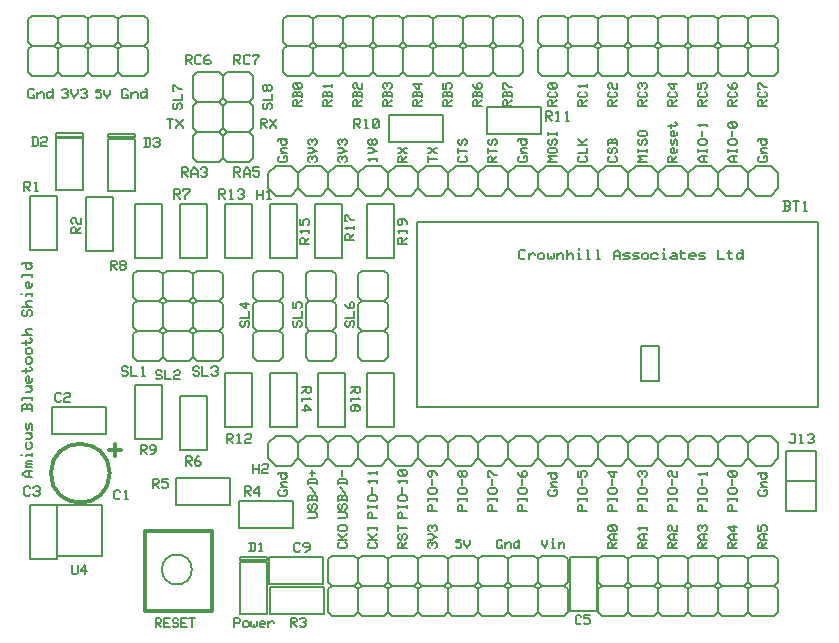
<source format=gbr>
G04 GERBER ASCII OUTPUT FROM: EDWINXP (VER. 1.61 REV. 20080915)*
G04 GERBER FORMAT: RX-274-X*
G04 BOARD: AMICUS_BLUETOOTH_SHIELD*
G04 ARTWORK OF COMP.PRINT POSITIVE*
%ASAXBY*%
%FSLAX23Y23*%
%MIA0B0*%
%MOIN*%
%OFA0.0000B0.0000*%
%SFA1B1*%
%IJA0B0*%
%INLAYER0POS*%
%IOA0B0*%
%IPPOS*%
%IR0*%
G04 APERTURE MACROS*
%AMEDWDONUT*
1,1,$1,$2,$3*
1,0,$4,$2,$3*
%
%AMEDWFRECT*
20,1,$1,$2,$3,$4,$5,$6*
%
%AMEDWORECT*
20,1,$1,$2,$3,$4,$5,$10*
20,1,$1,$4,$5,$6,$7,$10*
20,1,$1,$6,$7,$8,$9,$10*
20,1,$1,$8,$9,$2,$3,$10*
1,1,$1,$2,$3*
1,1,$1,$4,$5*
1,1,$1,$6,$7*
1,1,$1,$8,$9*
%
%AMEDWLINER*
20,1,$1,$2,$3,$4,$5,$6*
1,1,$1,$2,$3*
1,1,$1,$4,$5*
%
%AMEDWFTRNG*
4,1,3,$1,$2,$3,$4,$5,$6,$7,$8,$9*
%
%AMEDWATRNG*
4,1,3,$1,$2,$3,$4,$5,$6,$7,$8,$9*
20,1,$11,$1,$2,$3,$4,$10*
20,1,$11,$3,$4,$5,$6,$10*
20,1,$11,$5,$6,$7,$8,$10*
1,1,$11,$3,$4*
1,1,$11,$5,$6*
1,1,$11,$7,$8*
%
%AMEDWOTRNG*
20,1,$1,$2,$3,$4,$5,$8*
20,1,$1,$4,$5,$6,$7,$8*
20,1,$1,$6,$7,$2,$3,$8*
1,1,$1,$2,$3*
1,1,$1,$4,$5*
1,1,$1,$6,$7*
%
G04*
G04 APERTURE LIST*
%ADD10R,0.0500X0.0580*%
%ADD11R,0.0740X0.0820*%
%ADD12R,0.0400X0.0480*%
%ADD13R,0.0640X0.0720*%
%ADD14R,0.04724X0.05906*%
%ADD15R,0.07124X0.08306*%
%ADD16R,0.03937X0.05118*%
%ADD17R,0.06337X0.07518*%
%ADD18R,0.0860X0.0860*%
%ADD19R,0.1100X0.1100*%
%ADD20R,0.0700X0.0700*%
%ADD21R,0.0940X0.0940*%
%ADD22R,0.0700X0.0650*%
%ADD23R,0.0940X0.0890*%
%ADD24R,0.0600X0.0550*%
%ADD25R,0.0840X0.0790*%
%ADD26R,0.0650X0.0700*%
%ADD27R,0.0890X0.0940*%
%ADD28R,0.0550X0.0600*%
%ADD29R,0.0790X0.0840*%
%ADD30C,0.00039*%
%ADD32C,0.0010*%
%ADD34C,0.00118*%
%ADD36C,0.0020*%
%ADD37R,0.0020X0.0020*%
%ADD38C,0.0030*%
%ADD39R,0.0030X0.0030*%
%ADD40C,0.0040*%
%ADD41R,0.0040X0.0040*%
%ADD42C,0.00472*%
%ADD44C,0.0050*%
%ADD45R,0.0050X0.0050*%
%ADD46C,0.00512*%
%ADD47R,0.00512X0.00512*%
%ADD48C,0.00551*%
%ADD49R,0.00551X0.00551*%
%ADD50C,0.00591*%
%ADD51R,0.00591X0.00591*%
%ADD52C,0.00659*%
%ADD53R,0.00659X0.00659*%
%ADD54C,0.00787*%
%ADD55R,0.00787X0.00787*%
%ADD56C,0.00799*%
%ADD58C,0.0080*%
%ADD60C,0.00984*%
%ADD61R,0.00984X0.00984*%
%ADD62C,0.0100*%
%ADD63R,0.0100X0.0100*%
%ADD64C,0.01181*%
%ADD66C,0.0120*%
%ADD68C,0.0130*%
%ADD70C,0.0150*%
%ADD71R,0.0150X0.0150*%
%ADD72C,0.0160*%
%ADD74C,0.01969*%
%ADD75R,0.01969X0.01969*%
%ADD76C,0.0215*%
%ADD77R,0.0215X0.0215*%
%ADD78C,0.0215*%
%ADD79R,0.0215X0.0215*%
%ADD80C,0.02362*%
%ADD81R,0.02362X0.02362*%
%ADD82C,0.0240*%
%ADD83R,0.0240X0.0240*%
%ADD84C,0.0240*%
%ADD85R,0.0240X0.0240*%
%ADD86C,0.0250*%
%ADD87R,0.0250X0.0250*%
%ADD88C,0.0290*%
%ADD89R,0.0290X0.0290*%
%ADD90C,0.02912*%
%ADD91R,0.02912X0.02912*%
%ADD92C,0.02951*%
%ADD93R,0.02951X0.02951*%
%ADD94C,0.02991*%
%ADD95R,0.02991X0.02991*%
%ADD96C,0.0300*%
%ADD97R,0.0300X0.0300*%
%ADD98C,0.03059*%
%ADD99R,0.03059X0.03059*%
%ADD100C,0.03199*%
%ADD101R,0.03199X0.03199*%
%ADD102C,0.0320*%
%ADD103R,0.0320X0.0320*%
%ADD104C,0.0350*%
%ADD105R,0.0350X0.0350*%
%ADD106C,0.03581*%
%ADD108C,0.0360*%
%ADD110C,0.0370*%
%ADD112C,0.0390*%
%ADD113R,0.0390X0.0390*%
%ADD114C,0.03937*%
%ADD115R,0.03937X0.03937*%
%ADD116C,0.0400*%
%ADD117R,0.0400X0.0400*%
%ADD118C,0.04173*%
%ADD119R,0.04173X0.04173*%
%ADD120C,0.04299*%
%ADD121R,0.04299X0.04299*%
%ADD122C,0.0430*%
%ADD123R,0.0430X0.0430*%
%ADD124C,0.0450*%
%ADD125R,0.0450X0.0450*%
%ADD126C,0.0470*%
%ADD127R,0.0470X0.0470*%
%ADD128C,0.04724*%
%ADD129R,0.04724X0.04724*%
%ADD130C,0.04762*%
%ADD131R,0.04762X0.04762*%
%ADD132C,0.0490*%
%ADD133R,0.0490X0.0490*%
%ADD134C,0.0500*%
%ADD135R,0.0500X0.0500*%
%ADD136C,0.05118*%
%ADD137R,0.05118X0.05118*%
%ADD138C,0.0560*%
%ADD139R,0.0560X0.0560*%
%ADD140C,0.0570*%
%ADD141R,0.0570X0.0570*%
%ADD142C,0.0590*%
%ADD143R,0.0590X0.0590*%
%ADD144C,0.05906*%
%ADD145R,0.05906X0.05906*%
%ADD146C,0.0600*%
%ADD147R,0.0600X0.0600*%
%ADD148C,0.0620*%
%ADD149R,0.0620X0.0620*%
%ADD150C,0.06201*%
%ADD151R,0.06201X0.06201*%
%ADD152C,0.06337*%
%ADD153R,0.06337X0.06337*%
%ADD154C,0.0650*%
%ADD155R,0.0650X0.0650*%
%ADD156C,0.06693*%
%ADD157R,0.06693X0.06693*%
%ADD158C,0.06699*%
%ADD159R,0.06699X0.06699*%
%ADD160C,0.0670*%
%ADD161R,0.0670X0.0670*%
%ADD162C,0.0690*%
%ADD163R,0.0690X0.0690*%
%ADD164C,0.06906*%
%ADD165R,0.06906X0.06906*%
%ADD166C,0.0700*%
%ADD167R,0.0700X0.0700*%
%ADD168C,0.0710*%
%ADD169R,0.0710X0.0710*%
%ADD170C,0.07124*%
%ADD171R,0.07124X0.07124*%
%ADD172C,0.0740*%
%ADD173R,0.0740X0.0740*%
%ADD174C,0.0750*%
%ADD175R,0.0750X0.0750*%
%ADD176C,0.07598*%
%ADD178C,0.0760*%
%ADD180C,0.07874*%
%ADD182C,0.0800*%
%ADD183R,0.0800X0.0800*%
%ADD184C,0.0810*%
%ADD185R,0.0810X0.0810*%
%ADD186C,0.08306*%
%ADD187R,0.08306X0.08306*%
%ADD188C,0.0840*%
%ADD189R,0.0840X0.0840*%
%ADD190C,0.08598*%
%ADD192C,0.0860*%
%ADD193R,0.0860X0.0860*%
%ADD194C,0.08601*%
%ADD195R,0.08601X0.08601*%
%ADD196C,0.0870*%
%ADD197R,0.0870X0.0870*%
%ADD198C,0.0890*%
%ADD199R,0.0890X0.0890*%
%ADD200C,0.0900*%
%ADD201R,0.0900X0.0900*%
%ADD202C,0.09093*%
%ADD203R,0.09093X0.09093*%
%ADD204C,0.0940*%
%ADD205R,0.0940X0.0940*%
%ADD206C,0.0970*%
%ADD207R,0.0970X0.0970*%
%ADD208C,0.09843*%
%ADD209R,0.09843X0.09843*%
%ADD210C,0.0990*%
%ADD211R,0.0990X0.0990*%
%ADD212C,0.09998*%
%ADD214C,0.1000*%
%ADD215R,0.1000X0.1000*%
%ADD216C,0.10274*%
%ADD218C,0.1040*%
%ADD219R,0.1040X0.1040*%
%ADD220C,0.10998*%
%ADD222C,0.1100*%
%ADD223R,0.1100X0.1100*%
%ADD224C,0.1110*%
%ADD225R,0.1110X0.1110*%
%ADD226C,0.1120*%
%ADD227R,0.1120X0.1120*%
%ADD228C,0.1140*%
%ADD229R,0.1140X0.1140*%
%ADD230C,0.1150*%
%ADD231R,0.1150X0.1150*%
%ADD232C,0.1200*%
%ADD233R,0.1200X0.1200*%
%ADD234C,0.1210*%
%ADD235R,0.1210X0.1210*%
%ADD236C,0.1240*%
%ADD237R,0.1240X0.1240*%
%ADD238C,0.1250*%
%ADD239R,0.1250X0.1250*%
%ADD240C,0.12992*%
%ADD241R,0.12992X0.12992*%
%ADD242C,0.1300*%
%ADD243R,0.1300X0.1300*%
%ADD244C,0.1340*%
%ADD245R,0.1340X0.1340*%
%ADD246C,0.1390*%
%ADD247R,0.1390X0.1390*%
%ADD248C,0.1420*%
%ADD249R,0.1420X0.1420*%
%ADD250C,0.1440*%
%ADD251R,0.1440X0.1440*%
%ADD252C,0.1490*%
%ADD253R,0.1490X0.1490*%
%ADD254C,0.1520*%
%ADD255R,0.1520X0.1520*%
%ADD256C,0.15374*%
%ADD257R,0.15374X0.15374*%
%ADD258C,0.1540*%
%ADD259R,0.1540X0.1540*%
%ADD260C,0.1660*%
%ADD261R,0.1660X0.1660*%
%ADD262C,0.17323*%
%ADD264C,0.1760*%
%ADD265R,0.1760X0.1760*%
%ADD266C,0.17774*%
%ADD267R,0.17774X0.17774*%
%ADD268C,0.18504*%
%ADD270C,0.18898*%
%ADD272C,0.20904*%
%ADD274C,0.2126*%
%ADD276C,0.21298*%
%ADD278C,0.22835*%
%ADD281R,0.23622X0.23622*%
%ADD283R,0.24937X0.24937*%
%ADD285R,0.26022X0.26022*%
%ADD287R,0.27337X0.27337*%
%ADD289R,0.31496X0.31496*%
%ADD291R,0.32811X0.32811*%
%ADD293R,0.33896X0.33896*%
%ADD295R,0.35211X0.35211*%
%ADD296C,0.45211*%
%ADD297R,0.45211X0.45211*%
%ADD298C,0.55211*%
%ADD299R,0.55211X0.55211*%
%ADD300C,0.65211*%
%ADD301R,0.65211X0.65211*%
%ADD302C,0.75211*%
%ADD303R,0.75211X0.75211*%
%ADD304C,0.85211*%
%ADD305R,0.85211X0.85211*%
%ADD306C,0.95211*%
%ADD307R,0.95211X0.95211*%
%ADD308C,1.05211*%
%ADD309R,1.05211X1.05211*%
%ADD310C,1.15211*%
%ADD311R,1.15211X1.15211*%
%ADD312C,1.25211*%
%ADD313R,1.25211X1.25211*%
%ADD314C,1.35211*%
%ADD315R,1.35211X1.35211*%
%ADD316C,1.45211*%
%ADD317R,1.45211X1.45211*%
%ADD318C,1.55211*%
%ADD319R,1.55211X1.55211*%
%ADD320C,1.65211*%
%ADD321R,1.65211X1.65211*%
%ADD322C,1.75211*%
%ADD323R,1.75211X1.75211*%
%ADD324C,1.85211*%
%ADD325R,1.85211X1.85211*%
%ADD326C,1.95211*%
%ADD327R,1.95211X1.95211*%
G04*
D68* 
G75*
G01X322Y525D02*
G03X322Y525I-98J0D01*
G01*
X361Y603D02*
X321Y603D01*
X341Y583D02*
X341Y623D01*
D46* 
X358Y443D02*
X353Y438D01*
X343Y438D01*
X338Y443D01*
X338Y463D01*
X343Y468D01*
X353Y468D01*
X358Y463D01*
X373Y438D02*
X384Y438D01*
X378Y438D02*
X378Y468D01*
X373Y463D01*
D58* 
X148Y248D02*
X148Y418D01*
X298Y418D01*
X298Y248D01*
X148Y248D01*
D46* 
X195Y218D02*
X195Y193D01*
X200Y188D01*
X210Y188D01*
X215Y193D01*
X215Y218D01*
X246Y198D02*
X226Y198D01*
X226Y203D01*
X241Y218D01*
X241Y188D01*
D44* 
X2550Y625D02*
X2550Y575D01*
X2525Y550D02*
X2475Y550D01*
X2450Y625D02*
X2450Y575D01*
X2525Y650D02*
X2475Y650D01*
X2550Y625D02*
X2525Y650D01*
X2550Y575D02*
X2525Y550D01*
X2475Y550D02*
X2450Y575D01*
X2450Y625D02*
X2475Y650D01*
X2425Y650D02*
X2375Y650D01*
X2325Y650D02*
X2275Y650D01*
X2225Y650D02*
X2175Y650D01*
X2125Y650D02*
X2075Y650D01*
X2025Y650D02*
X1975Y650D01*
X1925Y650D02*
X1875Y650D01*
X1825Y650D02*
X1775Y650D01*
X1725Y650D02*
X1675Y650D01*
X1625Y650D02*
X1575Y650D01*
X1525Y650D02*
X1475Y650D01*
X1425Y650D02*
X1375Y650D01*
X1325Y650D02*
X1275Y650D01*
X1225Y650D02*
X1175Y650D01*
X1125Y650D02*
X1075Y650D01*
X1025Y650D02*
X975Y650D01*
X2425Y550D02*
X2375Y550D01*
X2325Y550D02*
X2275Y550D01*
X2225Y550D02*
X2175Y550D01*
X2125Y550D02*
X2075Y550D01*
X2025Y550D02*
X1975Y550D01*
X1925Y550D02*
X1875Y550D01*
X1825Y550D02*
X1775Y550D01*
X1725Y550D02*
X1675Y550D01*
X1625Y550D02*
X1575Y550D01*
X1525Y550D02*
X1475Y550D01*
X1425Y550D02*
X1375Y550D01*
X1325Y550D02*
X1275Y550D01*
X1225Y550D02*
X1175Y550D01*
X1125Y550D02*
X1075Y550D01*
X1025Y550D02*
X975Y550D01*
X2450Y625D02*
X2450Y575D01*
X2350Y625D02*
X2350Y575D01*
X2250Y625D02*
X2250Y575D01*
X2150Y625D02*
X2150Y575D01*
X2050Y625D02*
X2050Y575D01*
X1950Y625D02*
X1950Y575D01*
X1850Y625D02*
X1850Y575D01*
X1750Y625D02*
X1750Y575D01*
X1650Y625D02*
X1650Y575D01*
X1550Y625D02*
X1550Y575D01*
X1450Y625D02*
X1450Y575D01*
X1350Y625D02*
X1350Y575D01*
X1250Y625D02*
X1250Y575D01*
X1150Y625D02*
X1150Y575D01*
X1050Y625D02*
X1050Y575D01*
X950Y625D02*
X950Y575D01*
X2350Y625D02*
X2350Y575D01*
X2250Y625D02*
X2250Y575D01*
X2150Y625D02*
X2150Y575D01*
X2050Y625D02*
X2050Y575D01*
X1950Y625D02*
X1950Y575D01*
X1850Y625D02*
X1850Y575D01*
X1750Y625D02*
X1750Y575D01*
X1650Y625D02*
X1650Y575D01*
X1550Y625D02*
X1550Y575D01*
X1450Y625D02*
X1450Y575D01*
X1350Y625D02*
X1350Y575D01*
X1250Y625D02*
X1250Y575D01*
X1150Y625D02*
X1150Y575D01*
X1050Y625D02*
X1050Y575D01*
X950Y625D02*
X950Y575D01*
X2375Y550D02*
X2350Y575D01*
X2275Y550D02*
X2250Y575D01*
X2175Y550D02*
X2150Y575D01*
X2075Y550D02*
X2050Y575D01*
X1975Y550D02*
X1950Y575D01*
X1875Y550D02*
X1850Y575D01*
X1775Y550D02*
X1750Y575D01*
X1675Y550D02*
X1650Y575D01*
X1575Y550D02*
X1550Y575D01*
X1475Y550D02*
X1450Y575D01*
X1375Y550D02*
X1350Y575D01*
X1275Y550D02*
X1250Y575D01*
X1175Y550D02*
X1150Y575D01*
X1075Y550D02*
X1050Y575D01*
X975Y550D02*
X950Y575D01*
X2350Y625D02*
X2375Y650D01*
X2250Y625D02*
X2275Y650D01*
X2150Y625D02*
X2175Y650D01*
X2050Y625D02*
X2075Y650D01*
X1950Y625D02*
X1975Y650D01*
X1850Y625D02*
X1875Y650D01*
X1750Y625D02*
X1775Y650D01*
X1650Y625D02*
X1675Y650D01*
X1550Y625D02*
X1575Y650D01*
X1450Y625D02*
X1475Y650D01*
X1350Y625D02*
X1375Y650D01*
X1250Y625D02*
X1275Y650D01*
X1150Y625D02*
X1175Y650D01*
X1050Y625D02*
X1075Y650D01*
X950Y625D02*
X975Y650D01*
X2450Y625D02*
X2425Y650D01*
X2350Y625D02*
X2325Y650D01*
X2250Y625D02*
X2225Y650D01*
X2150Y625D02*
X2125Y650D01*
X2050Y625D02*
X2025Y650D01*
X1950Y625D02*
X1925Y650D01*
X1850Y625D02*
X1825Y650D01*
X1750Y625D02*
X1725Y650D01*
X1650Y625D02*
X1625Y650D01*
X1550Y625D02*
X1525Y650D01*
X1450Y625D02*
X1425Y650D01*
X1350Y625D02*
X1325Y650D01*
X1250Y625D02*
X1225Y650D01*
X1150Y625D02*
X1125Y650D01*
X1050Y625D02*
X1025Y650D01*
X2450Y575D02*
X2425Y550D01*
X2350Y575D02*
X2325Y550D01*
X2250Y575D02*
X2225Y550D01*
X2150Y575D02*
X2125Y550D01*
X2050Y575D02*
X2025Y550D01*
X1950Y575D02*
X1925Y550D01*
X1850Y575D02*
X1825Y550D01*
X1750Y575D02*
X1725Y550D01*
X1650Y575D02*
X1625Y550D01*
X1550Y575D02*
X1525Y550D01*
X1450Y575D02*
X1425Y550D01*
X1350Y575D02*
X1325Y550D01*
X1250Y575D02*
X1225Y550D01*
X1150Y575D02*
X1125Y550D01*
X1050Y575D02*
X1025Y550D01*
X850Y625D02*
X850Y575D01*
X925Y650D02*
X875Y650D01*
X925Y550D02*
X875Y550D01*
X950Y575D02*
X925Y550D01*
X925Y650D02*
X950Y625D01*
X850Y625D02*
X875Y650D01*
X875Y550D02*
X850Y575D01*
D46* 
X800Y525D02*
X800Y556D01*
X800Y540D02*
X820Y540D01*
X820Y556D02*
X820Y525D01*
X831Y551D02*
X836Y556D01*
X846Y556D01*
X851Y551D01*
X851Y545D01*
X846Y540D01*
X836Y540D01*
X831Y535D01*
X831Y525D01*
X851Y525D01*
D44* 
X2550Y1525D02*
X2550Y1475D01*
X2525Y1450D02*
X2475Y1450D01*
X2450Y1525D02*
X2450Y1475D01*
X2525Y1550D02*
X2475Y1550D01*
X2550Y1525D02*
X2525Y1550D01*
X2550Y1475D02*
X2525Y1450D01*
X2475Y1450D02*
X2450Y1475D01*
X2450Y1525D02*
X2475Y1550D01*
X2425Y1550D02*
X2375Y1550D01*
X2325Y1550D02*
X2275Y1550D01*
X2225Y1550D02*
X2175Y1550D01*
X2125Y1550D02*
X2075Y1550D01*
X2025Y1550D02*
X1975Y1550D01*
X1925Y1550D02*
X1875Y1550D01*
X1825Y1550D02*
X1775Y1550D01*
X1725Y1550D02*
X1675Y1550D01*
X1625Y1550D02*
X1575Y1550D01*
X1525Y1550D02*
X1475Y1550D01*
X1425Y1550D02*
X1375Y1550D01*
X1325Y1550D02*
X1275Y1550D01*
X1225Y1550D02*
X1175Y1550D01*
X1125Y1550D02*
X1075Y1550D01*
X1025Y1550D02*
X975Y1550D01*
X2425Y1450D02*
X2375Y1450D01*
X2325Y1450D02*
X2275Y1450D01*
X2225Y1450D02*
X2175Y1450D01*
X2125Y1450D02*
X2075Y1450D01*
X2025Y1450D02*
X1975Y1450D01*
X1925Y1450D02*
X1875Y1450D01*
X1825Y1450D02*
X1775Y1450D01*
X1725Y1450D02*
X1675Y1450D01*
X1625Y1450D02*
X1575Y1450D01*
X1525Y1450D02*
X1475Y1450D01*
X1425Y1450D02*
X1375Y1450D01*
X1325Y1450D02*
X1275Y1450D01*
X1225Y1450D02*
X1175Y1450D01*
X1125Y1450D02*
X1075Y1450D01*
X1025Y1450D02*
X975Y1450D01*
X2450Y1525D02*
X2450Y1475D01*
X2350Y1525D02*
X2350Y1475D01*
X2250Y1525D02*
X2250Y1475D01*
X2150Y1525D02*
X2150Y1475D01*
X2050Y1525D02*
X2050Y1475D01*
X1950Y1525D02*
X1950Y1475D01*
X1850Y1525D02*
X1850Y1475D01*
X1750Y1525D02*
X1750Y1475D01*
X1650Y1525D02*
X1650Y1475D01*
X1550Y1525D02*
X1550Y1475D01*
X1450Y1525D02*
X1450Y1475D01*
X1350Y1525D02*
X1350Y1475D01*
X1250Y1525D02*
X1250Y1475D01*
X1150Y1525D02*
X1150Y1475D01*
X1050Y1525D02*
X1050Y1475D01*
X950Y1525D02*
X950Y1475D01*
X2350Y1525D02*
X2350Y1475D01*
X2250Y1525D02*
X2250Y1475D01*
X2150Y1525D02*
X2150Y1475D01*
X2050Y1525D02*
X2050Y1475D01*
X1950Y1525D02*
X1950Y1475D01*
X1850Y1525D02*
X1850Y1475D01*
X1750Y1525D02*
X1750Y1475D01*
X1650Y1525D02*
X1650Y1475D01*
X1550Y1525D02*
X1550Y1475D01*
X1450Y1525D02*
X1450Y1475D01*
X1350Y1525D02*
X1350Y1475D01*
X1250Y1525D02*
X1250Y1475D01*
X1150Y1525D02*
X1150Y1475D01*
X1050Y1525D02*
X1050Y1475D01*
X950Y1525D02*
X950Y1475D01*
X2375Y1450D02*
X2350Y1475D01*
X2275Y1450D02*
X2250Y1475D01*
X2175Y1450D02*
X2150Y1475D01*
X2075Y1450D02*
X2050Y1475D01*
X1975Y1450D02*
X1950Y1475D01*
X1875Y1450D02*
X1850Y1475D01*
X1775Y1450D02*
X1750Y1475D01*
X1675Y1450D02*
X1650Y1475D01*
X1575Y1450D02*
X1550Y1475D01*
X1475Y1450D02*
X1450Y1475D01*
X1375Y1450D02*
X1350Y1475D01*
X1275Y1450D02*
X1250Y1475D01*
X1175Y1450D02*
X1150Y1475D01*
X1075Y1450D02*
X1050Y1475D01*
X975Y1450D02*
X950Y1475D01*
X2350Y1525D02*
X2375Y1550D01*
X2250Y1525D02*
X2275Y1550D01*
X2150Y1525D02*
X2175Y1550D01*
X2050Y1525D02*
X2075Y1550D01*
X1950Y1525D02*
X1975Y1550D01*
X1850Y1525D02*
X1875Y1550D01*
X1750Y1525D02*
X1775Y1550D01*
X1650Y1525D02*
X1675Y1550D01*
X1550Y1525D02*
X1575Y1550D01*
X1450Y1525D02*
X1475Y1550D01*
X1350Y1525D02*
X1375Y1550D01*
X1250Y1525D02*
X1275Y1550D01*
X1150Y1525D02*
X1175Y1550D01*
X1050Y1525D02*
X1075Y1550D01*
X950Y1525D02*
X975Y1550D01*
X2450Y1525D02*
X2425Y1550D01*
X2350Y1525D02*
X2325Y1550D01*
X2250Y1525D02*
X2225Y1550D01*
X2150Y1525D02*
X2125Y1550D01*
X2050Y1525D02*
X2025Y1550D01*
X1950Y1525D02*
X1925Y1550D01*
X1850Y1525D02*
X1825Y1550D01*
X1750Y1525D02*
X1725Y1550D01*
X1650Y1525D02*
X1625Y1550D01*
X1550Y1525D02*
X1525Y1550D01*
X1450Y1525D02*
X1425Y1550D01*
X1350Y1525D02*
X1325Y1550D01*
X1250Y1525D02*
X1225Y1550D01*
X1150Y1525D02*
X1125Y1550D01*
X1050Y1525D02*
X1025Y1550D01*
X2450Y1475D02*
X2425Y1450D01*
X2350Y1475D02*
X2325Y1450D01*
X2250Y1475D02*
X2225Y1450D01*
X2150Y1475D02*
X2125Y1450D01*
X2050Y1475D02*
X2025Y1450D01*
X1950Y1475D02*
X1925Y1450D01*
X1850Y1475D02*
X1825Y1450D01*
X1750Y1475D02*
X1725Y1450D01*
X1650Y1475D02*
X1625Y1450D01*
X1550Y1475D02*
X1525Y1450D01*
X1450Y1475D02*
X1425Y1450D01*
X1350Y1475D02*
X1325Y1450D01*
X1250Y1475D02*
X1225Y1450D01*
X1150Y1475D02*
X1125Y1450D01*
X1050Y1475D02*
X1025Y1450D01*
X850Y1525D02*
X850Y1475D01*
X925Y1550D02*
X875Y1550D01*
X925Y1450D02*
X875Y1450D01*
X950Y1475D02*
X925Y1450D01*
X925Y1550D02*
X950Y1525D01*
X850Y1525D02*
X875Y1550D01*
X875Y1450D02*
X850Y1475D01*
D46* 
X813Y1438D02*
X813Y1468D01*
X813Y1453D02*
X833Y1453D01*
X833Y1468D02*
X833Y1438D01*
X848Y1438D02*
X859Y1438D01*
X853Y1438D02*
X853Y1468D01*
X848Y1463D01*
D44* 
X2684Y1363D02*
X1346Y1363D01*
X1346Y747D01*
X2684Y747D01*
X2684Y1363D01*
X2153Y831D02*
X2094Y831D01*
X2094Y949D01*
X2153Y949D01*
X2153Y831D01*
D46* 
X2568Y1400D02*
X2583Y1400D01*
X2589Y1405D01*
X2589Y1410D01*
X2583Y1415D01*
X2573Y1415D01*
X2583Y1415D02*
X2589Y1420D01*
X2589Y1426D01*
X2583Y1431D01*
X2568Y1431D01*
X2573Y1431D02*
X2573Y1400D01*
X2609Y1400D02*
X2609Y1431D01*
X2599Y1431D02*
X2619Y1431D01*
X2635Y1400D02*
X2645Y1400D01*
X2640Y1400D02*
X2640Y1431D01*
X2635Y1426D01*
D44* 
X1750Y1963D02*
X1750Y2038D01*
X1763Y2050D02*
X1838Y2050D01*
X1850Y2038D02*
X1850Y1963D01*
X1763Y1950D02*
X1838Y1950D01*
X1850Y1963D01*
X1850Y2038D02*
X1838Y2050D01*
X1763Y2050D02*
X1750Y2038D01*
X1750Y1963D02*
X1763Y1950D01*
X1950Y2038D02*
X1950Y1963D01*
X2050Y2038D02*
X2050Y1963D01*
X2150Y2038D02*
X2150Y1963D01*
X2250Y2038D02*
X2250Y1963D01*
X2350Y2038D02*
X2350Y1963D01*
X2450Y2038D02*
X2450Y1963D01*
X2550Y2038D02*
X2550Y1963D01*
X1863Y2050D02*
X1938Y2050D01*
X1963Y2050D02*
X2038Y2050D01*
X1963Y1950D02*
X2038Y1950D01*
X1863Y1950D02*
X1938Y1950D01*
X2063Y1950D02*
X2138Y1950D01*
X2063Y2050D02*
X2138Y2050D01*
X2163Y2050D02*
X2238Y2050D01*
X2163Y1950D02*
X2238Y1950D01*
X2263Y1950D02*
X2338Y1950D01*
X2263Y2050D02*
X2338Y2050D01*
X2363Y2050D02*
X2438Y2050D01*
X2363Y1950D02*
X2438Y1950D01*
X2463Y1950D02*
X2538Y1950D01*
X2463Y2050D02*
X2538Y2050D01*
X1863Y2050D02*
X1850Y2038D01*
X1963Y2050D02*
X1950Y2038D01*
X2063Y2050D02*
X2050Y2038D01*
X2163Y2050D02*
X2150Y2038D01*
X2050Y1963D02*
X2038Y1950D01*
X1950Y1963D02*
X1938Y1950D01*
X2150Y1963D02*
X2138Y1950D01*
X2250Y1963D02*
X2238Y1950D01*
X2263Y2050D02*
X2250Y2038D01*
X2350Y1963D02*
X2338Y1950D01*
X2363Y2050D02*
X2350Y2038D01*
X2463Y2050D02*
X2450Y2038D01*
X2550Y1963D02*
X2538Y1950D01*
X2450Y1963D02*
X2438Y1950D01*
X2438Y2050D02*
X2450Y2038D01*
X2450Y1963D02*
X2463Y1950D01*
X2538Y2050D02*
X2550Y2038D01*
X2338Y2050D02*
X2350Y2038D01*
X2350Y1963D02*
X2363Y1950D01*
X2250Y1963D02*
X2263Y1950D01*
X2238Y2050D02*
X2250Y2038D01*
X2150Y1963D02*
X2163Y1950D01*
X2138Y2050D02*
X2150Y2038D01*
X2038Y2050D02*
X2050Y2038D01*
X2050Y1963D02*
X2063Y1950D01*
X1950Y1963D02*
X1963Y1950D01*
X1938Y2050D02*
X1950Y2038D01*
X1850Y1963D02*
X1863Y1950D01*
X1250Y63D02*
X1250Y138D01*
X1263Y150D02*
X1338Y150D01*
X1350Y138D02*
X1350Y63D01*
X1263Y50D02*
X1338Y50D01*
X1350Y63D01*
X1350Y138D02*
X1338Y150D01*
X1263Y150D02*
X1250Y138D01*
X1250Y63D02*
X1263Y50D01*
X1450Y138D02*
X1450Y63D01*
X1550Y138D02*
X1550Y63D01*
X1650Y138D02*
X1650Y63D01*
X1750Y138D02*
X1750Y63D01*
X1850Y138D02*
X1850Y63D01*
X1363Y150D02*
X1438Y150D01*
X1463Y150D02*
X1538Y150D01*
X1463Y50D02*
X1538Y50D01*
X1363Y50D02*
X1438Y50D01*
X1563Y50D02*
X1638Y50D01*
X1563Y150D02*
X1638Y150D01*
X1663Y150D02*
X1738Y150D01*
X1663Y50D02*
X1738Y50D01*
X1763Y50D02*
X1838Y50D01*
X1763Y150D02*
X1838Y150D01*
X1363Y150D02*
X1350Y138D01*
X1463Y150D02*
X1450Y138D01*
X1563Y150D02*
X1550Y138D01*
X1663Y150D02*
X1650Y138D01*
X1550Y63D02*
X1538Y50D01*
X1450Y63D02*
X1438Y50D01*
X1650Y63D02*
X1638Y50D01*
X1750Y63D02*
X1738Y50D01*
X1763Y150D02*
X1750Y138D01*
X1850Y63D02*
X1838Y50D01*
X1838Y150D02*
X1850Y138D01*
X1750Y63D02*
X1763Y50D01*
X1738Y150D02*
X1750Y138D01*
X1650Y63D02*
X1663Y50D01*
X1638Y150D02*
X1650Y138D01*
X1538Y150D02*
X1550Y138D01*
X1550Y63D02*
X1563Y50D01*
X1450Y63D02*
X1463Y50D01*
X1438Y150D02*
X1450Y138D01*
X1350Y63D02*
X1363Y50D01*
X900Y1963D02*
X900Y2038D01*
X913Y2050D02*
X988Y2050D01*
X1000Y2038D02*
X1000Y1963D01*
X913Y1950D02*
X988Y1950D01*
X1000Y1963D01*
X1000Y2038D02*
X988Y2050D01*
X913Y2050D02*
X900Y2038D01*
X900Y1963D02*
X913Y1950D01*
X1100Y2038D02*
X1100Y1963D01*
X1200Y2038D02*
X1200Y1963D01*
X1300Y2038D02*
X1300Y1963D01*
X1400Y2038D02*
X1400Y1963D01*
X1500Y2038D02*
X1500Y1963D01*
X1600Y2038D02*
X1600Y1963D01*
X1700Y2038D02*
X1700Y1963D01*
X1013Y2050D02*
X1088Y2050D01*
X1113Y2050D02*
X1188Y2050D01*
X1113Y1950D02*
X1188Y1950D01*
X1013Y1950D02*
X1088Y1950D01*
X1213Y1950D02*
X1288Y1950D01*
X1213Y2050D02*
X1288Y2050D01*
X1313Y2050D02*
X1388Y2050D01*
X1313Y1950D02*
X1388Y1950D01*
X1413Y1950D02*
X1488Y1950D01*
X1413Y2050D02*
X1488Y2050D01*
X1513Y2050D02*
X1588Y2050D01*
X1513Y1950D02*
X1588Y1950D01*
X1613Y1950D02*
X1688Y1950D01*
X1613Y2050D02*
X1688Y2050D01*
X1013Y2050D02*
X1000Y2038D01*
X1113Y2050D02*
X1100Y2038D01*
X1213Y2050D02*
X1200Y2038D01*
X1313Y2050D02*
X1300Y2038D01*
X1200Y1963D02*
X1188Y1950D01*
X1100Y1963D02*
X1088Y1950D01*
X1300Y1963D02*
X1288Y1950D01*
X1400Y1963D02*
X1388Y1950D01*
X1413Y2050D02*
X1400Y2038D01*
X1500Y1963D02*
X1488Y1950D01*
X1513Y2050D02*
X1500Y2038D01*
X1613Y2050D02*
X1600Y2038D01*
X1700Y1963D02*
X1688Y1950D01*
X1600Y1963D02*
X1588Y1950D01*
X1588Y2050D02*
X1600Y2038D01*
X1600Y1963D02*
X1613Y1950D01*
X1688Y2050D02*
X1700Y2038D01*
X1488Y2050D02*
X1500Y2038D01*
X1500Y1963D02*
X1513Y1950D01*
X1400Y1963D02*
X1413Y1950D01*
X1388Y2050D02*
X1400Y2038D01*
X1300Y1963D02*
X1313Y1950D01*
X1288Y2050D02*
X1300Y2038D01*
X1188Y2050D02*
X1200Y2038D01*
X1200Y1963D02*
X1213Y1950D01*
X1100Y1963D02*
X1113Y1950D01*
X1088Y2050D02*
X1100Y2038D01*
X1000Y1963D02*
X1013Y1950D01*
X1950Y63D02*
X1950Y138D01*
X1963Y150D02*
X2038Y150D01*
X2050Y138D02*
X2050Y63D01*
X1963Y50D02*
X2038Y50D01*
X2050Y63D01*
X2050Y138D02*
X2038Y150D01*
X1963Y150D02*
X1950Y138D01*
X1950Y63D02*
X1963Y50D01*
X2150Y138D02*
X2150Y63D01*
X2250Y138D02*
X2250Y63D01*
X2350Y138D02*
X2350Y63D01*
X2450Y138D02*
X2450Y63D01*
X2550Y138D02*
X2550Y63D01*
X2063Y150D02*
X2138Y150D01*
X2163Y150D02*
X2238Y150D01*
X2163Y50D02*
X2238Y50D01*
X2063Y50D02*
X2138Y50D01*
X2263Y50D02*
X2338Y50D01*
X2263Y150D02*
X2338Y150D01*
X2363Y150D02*
X2438Y150D01*
X2363Y50D02*
X2438Y50D01*
X2463Y50D02*
X2538Y50D01*
X2463Y150D02*
X2538Y150D01*
X2063Y150D02*
X2050Y138D01*
X2163Y150D02*
X2150Y138D01*
X2263Y150D02*
X2250Y138D01*
X2363Y150D02*
X2350Y138D01*
X2250Y63D02*
X2238Y50D01*
X2150Y63D02*
X2138Y50D01*
X2350Y63D02*
X2338Y50D01*
X2450Y63D02*
X2438Y50D01*
X2463Y150D02*
X2450Y138D01*
X2550Y63D02*
X2538Y50D01*
X2538Y150D02*
X2550Y138D01*
X2450Y63D02*
X2463Y50D01*
X2438Y150D02*
X2450Y138D01*
X2350Y63D02*
X2363Y50D01*
X2338Y150D02*
X2350Y138D01*
X2238Y150D02*
X2250Y138D01*
X2250Y63D02*
X2263Y50D01*
X2150Y63D02*
X2163Y50D01*
X2138Y150D02*
X2150Y138D01*
X2050Y63D02*
X2063Y50D01*
X1050Y238D02*
X1050Y163D01*
X1150Y163D02*
X1150Y238D01*
X1250Y163D02*
X1250Y238D01*
X1238Y150D02*
X1163Y150D01*
X1238Y250D02*
X1163Y250D01*
X1138Y250D02*
X1063Y250D01*
X1138Y150D02*
X1063Y150D01*
X1050Y163D01*
X1163Y150D02*
X1150Y163D01*
X1150Y238D02*
X1138Y250D01*
X1250Y238D02*
X1238Y250D01*
X1250Y163D02*
X1238Y150D01*
X1150Y163D02*
X1138Y150D01*
X1163Y250D02*
X1150Y238D01*
X1063Y250D02*
X1050Y238D01*
X1250Y163D02*
X1250Y238D01*
X1263Y250D02*
X1338Y250D01*
X1350Y238D02*
X1350Y163D01*
X1263Y150D02*
X1338Y150D01*
X1350Y163D01*
X1350Y238D02*
X1338Y250D01*
X1263Y250D02*
X1250Y238D01*
X1250Y163D02*
X1263Y150D01*
X1450Y238D02*
X1450Y163D01*
X1550Y238D02*
X1550Y163D01*
X1650Y238D02*
X1650Y163D01*
X1750Y238D02*
X1750Y163D01*
X1850Y238D02*
X1850Y163D01*
X1363Y250D02*
X1438Y250D01*
X1463Y250D02*
X1538Y250D01*
X1463Y150D02*
X1538Y150D01*
X1363Y150D02*
X1438Y150D01*
X1563Y150D02*
X1638Y150D01*
X1563Y250D02*
X1638Y250D01*
X1663Y250D02*
X1738Y250D01*
X1663Y150D02*
X1738Y150D01*
X1763Y150D02*
X1838Y150D01*
X1763Y250D02*
X1838Y250D01*
X1363Y250D02*
X1350Y238D01*
X1463Y250D02*
X1450Y238D01*
X1563Y250D02*
X1550Y238D01*
X1663Y250D02*
X1650Y238D01*
X1550Y163D02*
X1538Y150D01*
X1450Y163D02*
X1438Y150D01*
X1650Y163D02*
X1638Y150D01*
X1750Y163D02*
X1738Y150D01*
X1763Y250D02*
X1750Y238D01*
X1850Y163D02*
X1838Y150D01*
X1838Y250D02*
X1850Y238D01*
X1750Y163D02*
X1763Y150D01*
X1738Y250D02*
X1750Y238D01*
X1650Y163D02*
X1663Y150D01*
X1638Y250D02*
X1650Y238D01*
X1538Y250D02*
X1550Y238D01*
X1550Y163D02*
X1563Y150D01*
X1450Y163D02*
X1463Y150D01*
X1438Y250D02*
X1450Y238D01*
X1350Y163D02*
X1363Y150D01*
X50Y1863D02*
X50Y1938D01*
X63Y1950D02*
X138Y1950D01*
X150Y1938D02*
X150Y1863D01*
X63Y1850D02*
X138Y1850D01*
X150Y1863D01*
X150Y1938D02*
X138Y1950D01*
X63Y1950D02*
X50Y1938D01*
X50Y1863D02*
X63Y1850D01*
X250Y1938D02*
X250Y1863D01*
X350Y1938D02*
X350Y1863D01*
X450Y1938D02*
X450Y1863D01*
X163Y1950D02*
X238Y1950D01*
X263Y1950D02*
X338Y1950D01*
X263Y1850D02*
X338Y1850D01*
X163Y1850D02*
X238Y1850D01*
X363Y1850D02*
X438Y1850D01*
X363Y1950D02*
X438Y1950D01*
X163Y1950D02*
X150Y1938D01*
X263Y1950D02*
X250Y1938D01*
X363Y1950D02*
X350Y1938D01*
X350Y1863D02*
X338Y1850D01*
X250Y1863D02*
X238Y1850D01*
X450Y1863D02*
X438Y1850D01*
X438Y1950D02*
X450Y1938D01*
X338Y1950D02*
X350Y1938D01*
X350Y1863D02*
X363Y1850D01*
X250Y1863D02*
X263Y1850D01*
X238Y1950D02*
X250Y1938D01*
X150Y1863D02*
X163Y1850D01*
X1950Y163D02*
X1950Y238D01*
X1963Y250D02*
X2038Y250D01*
X2050Y238D02*
X2050Y163D01*
X1963Y150D02*
X2038Y150D01*
X2050Y163D01*
X2050Y238D02*
X2038Y250D01*
X1963Y250D02*
X1950Y238D01*
X1950Y163D02*
X1963Y150D01*
X2150Y238D02*
X2150Y163D01*
X2250Y238D02*
X2250Y163D01*
X2350Y238D02*
X2350Y163D01*
X2450Y238D02*
X2450Y163D01*
X2550Y238D02*
X2550Y163D01*
X2063Y250D02*
X2138Y250D01*
X2163Y250D02*
X2238Y250D01*
X2163Y150D02*
X2238Y150D01*
X2063Y150D02*
X2138Y150D01*
X2263Y150D02*
X2338Y150D01*
X2263Y250D02*
X2338Y250D01*
X2363Y250D02*
X2438Y250D01*
X2363Y150D02*
X2438Y150D01*
X2463Y150D02*
X2538Y150D01*
X2463Y250D02*
X2538Y250D01*
X2063Y250D02*
X2050Y238D01*
X2163Y250D02*
X2150Y238D01*
X2263Y250D02*
X2250Y238D01*
X2363Y250D02*
X2350Y238D01*
X2250Y163D02*
X2238Y150D01*
X2150Y163D02*
X2138Y150D01*
X2350Y163D02*
X2338Y150D01*
X2450Y163D02*
X2438Y150D01*
X2463Y250D02*
X2450Y238D01*
X2550Y163D02*
X2538Y150D01*
X2538Y250D02*
X2550Y238D01*
X2450Y163D02*
X2463Y150D01*
X2438Y250D02*
X2450Y238D01*
X2350Y163D02*
X2363Y150D01*
X2338Y250D02*
X2350Y238D01*
X2238Y250D02*
X2250Y238D01*
X2250Y163D02*
X2263Y150D01*
X2150Y163D02*
X2163Y150D01*
X2138Y250D02*
X2150Y238D01*
X2050Y163D02*
X2063Y150D01*
X900Y1863D02*
X900Y1938D01*
X913Y1950D02*
X988Y1950D01*
X1000Y1938D02*
X1000Y1863D01*
X913Y1850D02*
X988Y1850D01*
X1000Y1863D01*
X1000Y1938D02*
X988Y1950D01*
X913Y1950D02*
X900Y1938D01*
X900Y1863D02*
X913Y1850D01*
X1100Y1938D02*
X1100Y1863D01*
X1200Y1938D02*
X1200Y1863D01*
X1300Y1938D02*
X1300Y1863D01*
X1400Y1938D02*
X1400Y1863D01*
X1500Y1938D02*
X1500Y1863D01*
X1600Y1938D02*
X1600Y1863D01*
X1700Y1938D02*
X1700Y1863D01*
X1013Y1950D02*
X1088Y1950D01*
X1113Y1950D02*
X1188Y1950D01*
X1113Y1850D02*
X1188Y1850D01*
X1013Y1850D02*
X1088Y1850D01*
X1213Y1850D02*
X1288Y1850D01*
X1213Y1950D02*
X1288Y1950D01*
X1313Y1950D02*
X1388Y1950D01*
X1313Y1850D02*
X1388Y1850D01*
X1413Y1850D02*
X1488Y1850D01*
X1413Y1950D02*
X1488Y1950D01*
X1513Y1950D02*
X1588Y1950D01*
X1513Y1850D02*
X1588Y1850D01*
X1613Y1850D02*
X1688Y1850D01*
X1613Y1950D02*
X1688Y1950D01*
X1013Y1950D02*
X1000Y1938D01*
X1113Y1950D02*
X1100Y1938D01*
X1213Y1950D02*
X1200Y1938D01*
X1313Y1950D02*
X1300Y1938D01*
X1200Y1863D02*
X1188Y1850D01*
X1100Y1863D02*
X1088Y1850D01*
X1300Y1863D02*
X1288Y1850D01*
X1400Y1863D02*
X1388Y1850D01*
X1413Y1950D02*
X1400Y1938D01*
X1500Y1863D02*
X1488Y1850D01*
X1513Y1950D02*
X1500Y1938D01*
X1613Y1950D02*
X1600Y1938D01*
X1700Y1863D02*
X1688Y1850D01*
X1600Y1863D02*
X1588Y1850D01*
X1588Y1950D02*
X1600Y1938D01*
X1600Y1863D02*
X1613Y1850D01*
X1688Y1950D02*
X1700Y1938D01*
X1488Y1950D02*
X1500Y1938D01*
X1500Y1863D02*
X1513Y1850D01*
X1400Y1863D02*
X1413Y1850D01*
X1388Y1950D02*
X1400Y1938D01*
X1300Y1863D02*
X1313Y1850D01*
X1288Y1950D02*
X1300Y1938D01*
X1188Y1950D02*
X1200Y1938D01*
X1200Y1863D02*
X1213Y1850D01*
X1100Y1863D02*
X1113Y1850D01*
X1088Y1950D02*
X1100Y1938D01*
X1000Y1863D02*
X1013Y1850D01*
X1750Y1863D02*
X1750Y1938D01*
X1763Y1950D02*
X1838Y1950D01*
X1850Y1938D02*
X1850Y1863D01*
X1763Y1850D02*
X1838Y1850D01*
X1850Y1863D01*
X1850Y1938D02*
X1838Y1950D01*
X1763Y1950D02*
X1750Y1938D01*
X1750Y1863D02*
X1763Y1850D01*
X1950Y1938D02*
X1950Y1863D01*
X2050Y1938D02*
X2050Y1863D01*
X2150Y1938D02*
X2150Y1863D01*
X2250Y1938D02*
X2250Y1863D01*
X2350Y1938D02*
X2350Y1863D01*
X2450Y1938D02*
X2450Y1863D01*
X2550Y1938D02*
X2550Y1863D01*
X1863Y1950D02*
X1938Y1950D01*
X1963Y1950D02*
X2038Y1950D01*
X1963Y1850D02*
X2038Y1850D01*
X1863Y1850D02*
X1938Y1850D01*
X2063Y1850D02*
X2138Y1850D01*
X2063Y1950D02*
X2138Y1950D01*
X2163Y1950D02*
X2238Y1950D01*
X2163Y1850D02*
X2238Y1850D01*
X2263Y1850D02*
X2338Y1850D01*
X2263Y1950D02*
X2338Y1950D01*
X2363Y1950D02*
X2438Y1950D01*
X2363Y1850D02*
X2438Y1850D01*
X2463Y1850D02*
X2538Y1850D01*
X2463Y1950D02*
X2538Y1950D01*
X1863Y1950D02*
X1850Y1938D01*
X1963Y1950D02*
X1950Y1938D01*
X2063Y1950D02*
X2050Y1938D01*
X2163Y1950D02*
X2150Y1938D01*
X2050Y1863D02*
X2038Y1850D01*
X1950Y1863D02*
X1938Y1850D01*
X2150Y1863D02*
X2138Y1850D01*
X2250Y1863D02*
X2238Y1850D01*
X2263Y1950D02*
X2250Y1938D01*
X2350Y1863D02*
X2338Y1850D01*
X2363Y1950D02*
X2350Y1938D01*
X2463Y1950D02*
X2450Y1938D01*
X2550Y1863D02*
X2538Y1850D01*
X2450Y1863D02*
X2438Y1850D01*
X2438Y1950D02*
X2450Y1938D01*
X2450Y1863D02*
X2463Y1850D01*
X2538Y1950D02*
X2550Y1938D01*
X2338Y1950D02*
X2350Y1938D01*
X2350Y1863D02*
X2363Y1850D01*
X2250Y1863D02*
X2263Y1850D01*
X2238Y1950D02*
X2250Y1938D01*
X2150Y1863D02*
X2163Y1850D01*
X2138Y1950D02*
X2150Y1938D01*
X2038Y1950D02*
X2050Y1938D01*
X2050Y1863D02*
X2063Y1850D01*
X1950Y1863D02*
X1963Y1850D01*
X1938Y1950D02*
X1950Y1938D01*
X1850Y1863D02*
X1863Y1850D01*
D58* 
X1433Y1720D02*
X1433Y1630D01*
X1253Y1630D01*
X1253Y1720D01*
X1433Y1720D01*
D46* 
X1138Y1675D02*
X1138Y1706D01*
X1153Y1706D01*
X1158Y1701D01*
X1158Y1695D01*
X1153Y1690D01*
X1138Y1690D01*
X1143Y1690D02*
X1158Y1675D01*
X1173Y1675D02*
X1184Y1675D01*
X1178Y1675D02*
X1178Y1706D01*
X1173Y1701D01*
X1199Y1680D02*
X1199Y1701D01*
X1204Y1706D01*
X1214Y1706D01*
X1219Y1701D01*
X1219Y1680D01*
X1214Y1675D01*
X1204Y1675D01*
X1199Y1680D01*
X1219Y1701D01*
D58* 
X405Y820D02*
X495Y820D01*
X495Y640D01*
X405Y640D01*
X405Y820D01*
D46* 
X425Y588D02*
X425Y618D01*
X440Y618D01*
X445Y613D01*
X445Y608D01*
X440Y603D01*
X425Y603D01*
X430Y603D02*
X445Y588D01*
X461Y588D02*
X466Y588D01*
X476Y598D01*
X476Y613D01*
X471Y618D01*
X461Y618D01*
X456Y613D01*
X456Y608D01*
X461Y603D01*
X471Y603D01*
X476Y608D01*
D58* 
X405Y1423D02*
X495Y1423D01*
X495Y1243D01*
X405Y1243D01*
X405Y1423D01*
D46* 
X325Y1203D02*
X325Y1233D01*
X340Y1233D01*
X345Y1228D01*
X345Y1223D01*
X340Y1218D01*
X325Y1218D01*
X330Y1218D02*
X345Y1203D01*
X356Y1208D02*
X356Y1213D01*
X361Y1218D01*
X371Y1218D01*
X376Y1223D01*
X376Y1228D01*
X371Y1233D01*
X361Y1233D01*
X356Y1228D01*
X356Y1223D01*
X361Y1218D01*
X371Y1218D02*
X376Y1213D01*
X376Y1208D01*
X371Y1203D01*
X361Y1203D01*
X356Y1208D01*
D58* 
X555Y1423D02*
X645Y1423D01*
X645Y1243D01*
X555Y1243D01*
X555Y1423D01*
D46* 
X538Y1440D02*
X538Y1471D01*
X553Y1471D01*
X558Y1466D01*
X558Y1460D01*
X553Y1455D01*
X538Y1455D01*
X543Y1455D02*
X558Y1440D01*
X573Y1440D02*
X573Y1450D01*
X589Y1466D01*
X589Y1471D01*
X568Y1471D01*
X568Y1466D01*
D58* 
X555Y783D02*
X645Y783D01*
X645Y603D01*
X555Y603D01*
X555Y783D01*
D46* 
X575Y550D02*
X575Y581D01*
X590Y581D01*
X595Y576D01*
X595Y570D01*
X590Y565D01*
X575Y565D01*
X580Y565D02*
X595Y550D01*
X606Y560D02*
X611Y565D01*
X621Y565D01*
X626Y560D01*
X626Y555D01*
X621Y550D01*
X611Y550D01*
X606Y555D01*
X606Y570D01*
X616Y581D01*
X621Y581D01*
D58* 
X723Y508D02*
X723Y418D01*
X543Y418D01*
X543Y508D01*
X723Y508D01*
D46* 
X465Y475D02*
X465Y506D01*
X480Y506D01*
X485Y501D01*
X485Y495D01*
X480Y490D01*
X465Y490D01*
X470Y490D02*
X485Y475D01*
X496Y480D02*
X501Y475D01*
X511Y475D01*
X516Y480D01*
X516Y490D01*
X511Y495D01*
X496Y495D01*
X496Y506D01*
X516Y506D01*
D58* 
X753Y343D02*
X753Y433D01*
X933Y433D01*
X933Y343D01*
X753Y343D01*
D46* 
X773Y450D02*
X773Y481D01*
X788Y481D01*
X793Y476D01*
X793Y470D01*
X788Y465D01*
X773Y465D01*
X778Y465D02*
X793Y450D01*
X824Y460D02*
X803Y460D01*
X803Y465D01*
X819Y481D01*
X819Y450D01*
D58* 
X855Y55D02*
X855Y145D01*
X1035Y145D01*
X1035Y55D01*
X855Y55D01*
D46* 
X925Y13D02*
X925Y43D01*
X940Y43D01*
X945Y38D01*
X945Y33D01*
X940Y28D01*
X925Y28D01*
X930Y28D02*
X945Y13D01*
X956Y38D02*
X961Y43D01*
X971Y43D01*
X976Y38D01*
X976Y33D01*
X971Y28D01*
X966Y28D01*
X971Y28D02*
X976Y23D01*
X976Y18D01*
X971Y13D01*
X961Y13D01*
X956Y18D01*
D58* 
X318Y1465D02*
X408Y1465D01*
X408Y1640D01*
X318Y1640D01*
X318Y1465D01*
D56* 
X408Y1644D02*
X318Y1644D01*
X318Y1657D01*
X408Y1657D01*
X408Y1644D01*
D46* 
X438Y1613D02*
X453Y1613D01*
X458Y1618D01*
X458Y1638D01*
X453Y1643D01*
X438Y1643D01*
X443Y1643D02*
X443Y1613D01*
X468Y1638D02*
X473Y1643D01*
X484Y1643D01*
X489Y1638D01*
X489Y1633D01*
X484Y1628D01*
X478Y1628D01*
X484Y1628D02*
X489Y1623D01*
X489Y1618D01*
X484Y1613D01*
X473Y1613D01*
X468Y1618D01*
D58* 
X143Y1468D02*
X233Y1468D01*
X233Y1643D01*
X143Y1643D01*
X143Y1468D01*
D56* 
X233Y1646D02*
X143Y1646D01*
X143Y1659D01*
X233Y1659D01*
X233Y1646D01*
D46* 
X63Y1615D02*
X78Y1615D01*
X83Y1620D01*
X83Y1641D01*
X78Y1646D01*
X63Y1646D01*
X68Y1646D02*
X68Y1615D01*
X93Y1641D02*
X98Y1646D01*
X109Y1646D01*
X114Y1641D01*
X114Y1635D01*
X109Y1630D01*
X98Y1630D01*
X93Y1625D01*
X93Y1615D01*
X114Y1615D01*
D58* 
X243Y1445D02*
X333Y1445D01*
X333Y1265D01*
X243Y1265D01*
X243Y1445D01*
D46* 
X225Y1325D02*
X194Y1325D01*
X194Y1340D01*
X199Y1345D01*
X205Y1345D01*
X210Y1340D01*
X210Y1325D01*
X210Y1330D02*
X225Y1345D01*
X199Y1356D02*
X194Y1361D01*
X194Y1371D01*
X199Y1376D01*
X205Y1376D01*
X210Y1371D01*
X210Y1361D01*
X215Y1356D01*
X225Y1356D01*
X225Y1376D01*
D58* 
X55Y1448D02*
X145Y1448D01*
X145Y1268D01*
X55Y1268D01*
X55Y1448D01*
D46* 
X38Y1465D02*
X38Y1496D01*
X53Y1496D01*
X58Y1491D01*
X58Y1485D01*
X53Y1480D01*
X38Y1480D01*
X43Y1480D02*
X58Y1465D01*
X73Y1465D02*
X84Y1465D01*
X78Y1465D02*
X78Y1496D01*
X73Y1491D01*
D58* 
X55Y420D02*
X145Y420D01*
X145Y240D01*
X55Y240D01*
X55Y420D01*
D46* 
X58Y455D02*
X53Y450D01*
X43Y450D01*
X38Y455D01*
X38Y476D01*
X43Y481D01*
X53Y481D01*
X58Y476D01*
X68Y476D02*
X73Y481D01*
X84Y481D01*
X89Y476D01*
X89Y470D01*
X84Y465D01*
X78Y465D01*
X84Y465D02*
X89Y460D01*
X89Y455D01*
X84Y450D01*
X73Y450D01*
X68Y455D01*
D58* 
X310Y745D02*
X310Y655D01*
X130Y655D01*
X130Y745D01*
X310Y745D01*
D46* 
X160Y768D02*
X155Y763D01*
X145Y763D01*
X140Y768D01*
X140Y788D01*
X145Y793D01*
X155Y793D01*
X160Y788D01*
X171Y788D02*
X176Y793D01*
X186Y793D01*
X191Y788D01*
X191Y783D01*
X186Y778D01*
X176Y778D01*
X171Y773D01*
X171Y763D01*
X191Y763D01*
D68* 
X662Y331D02*
X662Y67D01*
X441Y67D01*
X441Y331D01*
X662Y331D01*
D44* 
G75*
G01X596Y204D02*
G03X596Y204I-50J0D01*
G01*
D58* 
X755Y55D02*
X845Y55D01*
X845Y230D01*
X755Y230D01*
X755Y55D01*
D56* 
X846Y234D02*
X755Y234D01*
X755Y247D01*
X846Y247D01*
X846Y234D01*
D44* 
X788Y265D02*
X802Y265D01*
X806Y270D01*
X806Y289D01*
X802Y293D01*
X788Y293D01*
X792Y293D02*
X792Y265D01*
X821Y265D02*
X830Y265D01*
X825Y265D02*
X825Y293D01*
X821Y289D01*
D58* 
X1180Y858D02*
X1270Y858D01*
X1270Y678D01*
X1180Y678D01*
X1180Y858D01*
D46* 
X1125Y813D02*
X1156Y813D01*
X1156Y797D01*
X1151Y792D01*
X1145Y792D01*
X1140Y797D01*
X1140Y813D01*
X1140Y807D02*
X1125Y792D01*
X1125Y777D02*
X1125Y766D01*
X1125Y772D02*
X1156Y772D01*
X1151Y777D01*
X1130Y751D02*
X1135Y751D01*
X1140Y746D01*
X1140Y736D01*
X1145Y731D01*
X1151Y731D01*
X1156Y736D01*
X1156Y746D01*
X1151Y751D01*
X1145Y751D01*
X1140Y746D01*
X1140Y736D02*
X1135Y731D01*
X1130Y731D01*
X1125Y736D01*
X1125Y746D01*
X1130Y751D01*
D58* 
X1005Y1423D02*
X1095Y1423D01*
X1095Y1243D01*
X1005Y1243D01*
X1005Y1423D01*
D46* 
X1138Y1303D02*
X1107Y1303D01*
X1107Y1318D01*
X1112Y1323D01*
X1117Y1323D01*
X1122Y1318D01*
X1122Y1303D01*
X1122Y1308D02*
X1138Y1323D01*
X1138Y1338D02*
X1138Y1349D01*
X1138Y1343D02*
X1107Y1343D01*
X1112Y1338D01*
X1138Y1369D02*
X1127Y1369D01*
X1112Y1384D01*
X1107Y1384D01*
X1107Y1364D01*
X1112Y1364D01*
D58* 
X1018Y858D02*
X1108Y858D01*
X1108Y678D01*
X1018Y678D01*
X1018Y858D01*
D46* 
X1125Y813D02*
X1156Y813D01*
X1156Y797D01*
X1151Y792D01*
X1145Y792D01*
X1140Y797D01*
X1140Y813D01*
X1140Y807D02*
X1125Y792D01*
X1125Y777D02*
X1125Y766D01*
X1125Y772D02*
X1156Y772D01*
X1151Y777D01*
X1135Y751D02*
X1140Y746D01*
X1140Y736D01*
X1135Y731D01*
X1130Y731D01*
X1125Y736D01*
X1125Y746D01*
X1130Y751D01*
X1145Y751D01*
X1156Y741D01*
X1156Y736D01*
D58* 
X855Y1423D02*
X945Y1423D01*
X945Y1243D01*
X855Y1243D01*
X855Y1423D01*
D46* 
X988Y1290D02*
X957Y1290D01*
X957Y1305D01*
X962Y1310D01*
X967Y1310D01*
X972Y1305D01*
X972Y1290D01*
X972Y1295D02*
X988Y1310D01*
X988Y1326D02*
X988Y1336D01*
X988Y1331D02*
X957Y1331D01*
X962Y1326D01*
X982Y1351D02*
X988Y1357D01*
X988Y1367D01*
X982Y1372D01*
X972Y1372D01*
X967Y1367D01*
X967Y1351D01*
X957Y1351D01*
X957Y1372D01*
D58* 
X855Y858D02*
X945Y858D01*
X945Y678D01*
X855Y678D01*
X855Y858D01*
D46* 
X963Y813D02*
X993Y813D01*
X993Y797D01*
X988Y792D01*
X983Y792D01*
X978Y797D01*
X978Y813D01*
X978Y807D02*
X963Y792D01*
X963Y777D02*
X963Y766D01*
X963Y772D02*
X993Y772D01*
X988Y777D01*
X973Y731D02*
X973Y751D01*
X978Y751D01*
X993Y736D01*
X963Y736D01*
D44* 
X1238Y1200D02*
X1163Y1200D01*
X1163Y1100D02*
X1238Y1100D01*
X1163Y1000D02*
X1238Y1000D01*
X1150Y1013D02*
X1150Y1088D01*
X1250Y1013D02*
X1250Y1088D01*
X1250Y1113D02*
X1250Y1188D01*
X1150Y1113D02*
X1150Y1188D01*
X1163Y1200D01*
X1150Y1088D02*
X1163Y1100D01*
X1238Y1100D02*
X1250Y1113D01*
X1238Y1000D02*
X1250Y1013D01*
X1163Y1000D02*
X1150Y1013D01*
X1163Y1100D02*
X1150Y1113D01*
X1250Y1088D02*
X1238Y1100D01*
X1250Y1188D02*
X1238Y1200D01*
X1163Y900D02*
X1238Y900D01*
X1250Y913D02*
X1250Y988D01*
X1150Y913D02*
X1150Y988D01*
X1163Y900D02*
X1150Y913D01*
X1250Y913D02*
X1238Y900D01*
X1238Y1000D02*
X1250Y988D01*
X1150Y988D02*
X1163Y1000D01*
D46* 
X1132Y1013D02*
X1138Y1018D01*
X1138Y1028D01*
X1132Y1033D01*
X1127Y1033D01*
X1122Y1028D01*
X1122Y1018D01*
X1117Y1013D01*
X1112Y1013D01*
X1107Y1018D01*
X1107Y1028D01*
X1112Y1033D01*
X1107Y1043D02*
X1138Y1043D01*
X1138Y1064D01*
X1127Y1074D02*
X1122Y1079D01*
X1122Y1089D01*
X1127Y1094D01*
X1132Y1094D01*
X1138Y1089D01*
X1138Y1079D01*
X1132Y1074D01*
X1117Y1074D01*
X1107Y1084D01*
X1107Y1089D01*
D44* 
X1063Y1200D02*
X988Y1200D01*
X988Y1100D02*
X1063Y1100D01*
X988Y1000D02*
X1063Y1000D01*
X975Y1013D02*
X975Y1088D01*
X1075Y1013D02*
X1075Y1088D01*
X1075Y1113D02*
X1075Y1188D01*
X975Y1113D02*
X975Y1188D01*
X988Y1200D01*
X975Y1088D02*
X988Y1100D01*
X1063Y1100D02*
X1075Y1113D01*
X1063Y1000D02*
X1075Y1013D01*
X988Y1000D02*
X975Y1013D01*
X988Y1100D02*
X975Y1113D01*
X1075Y1088D02*
X1063Y1100D01*
X1075Y1188D02*
X1063Y1200D01*
X988Y900D02*
X1063Y900D01*
X1075Y913D02*
X1075Y988D01*
X975Y913D02*
X975Y988D01*
X988Y900D02*
X975Y913D01*
X1075Y913D02*
X1063Y900D01*
X1063Y1000D02*
X1075Y988D01*
X975Y988D02*
X988Y1000D01*
D46* 
X957Y1013D02*
X963Y1018D01*
X963Y1028D01*
X957Y1033D01*
X952Y1033D01*
X947Y1028D01*
X947Y1018D01*
X942Y1013D01*
X937Y1013D01*
X932Y1018D01*
X932Y1028D01*
X937Y1033D01*
X932Y1043D02*
X963Y1043D01*
X963Y1064D01*
X957Y1074D02*
X963Y1079D01*
X963Y1089D01*
X957Y1094D01*
X947Y1094D01*
X942Y1089D01*
X942Y1074D01*
X932Y1074D01*
X932Y1094D01*
D44* 
X888Y1200D02*
X813Y1200D01*
X813Y1100D02*
X888Y1100D01*
X813Y1000D02*
X888Y1000D01*
X800Y1013D02*
X800Y1088D01*
X900Y1013D02*
X900Y1088D01*
X900Y1113D02*
X900Y1188D01*
X800Y1113D02*
X800Y1188D01*
X813Y1200D01*
X800Y1088D02*
X813Y1100D01*
X888Y1100D02*
X900Y1113D01*
X888Y1000D02*
X900Y1013D01*
X813Y1000D02*
X800Y1013D01*
X813Y1100D02*
X800Y1113D01*
X900Y1088D02*
X888Y1100D01*
X900Y1188D02*
X888Y1200D01*
X813Y900D02*
X888Y900D01*
X900Y913D02*
X900Y988D01*
X800Y913D02*
X800Y988D01*
X813Y900D02*
X800Y913D01*
X900Y913D02*
X888Y900D01*
X888Y1000D02*
X900Y988D01*
X800Y988D02*
X813Y1000D01*
D46* 
X782Y1013D02*
X788Y1018D01*
X788Y1028D01*
X782Y1033D01*
X777Y1033D01*
X772Y1028D01*
X772Y1018D01*
X767Y1013D01*
X762Y1013D01*
X757Y1018D01*
X757Y1028D01*
X762Y1033D01*
X757Y1043D02*
X788Y1043D01*
X788Y1064D01*
X777Y1094D02*
X777Y1074D01*
X772Y1074D01*
X757Y1089D01*
X788Y1089D01*
D44* 
X688Y1200D02*
X613Y1200D01*
X613Y1100D02*
X688Y1100D01*
X613Y1000D02*
X688Y1000D01*
X600Y1013D02*
X600Y1088D01*
X700Y1013D02*
X700Y1088D01*
X700Y1113D02*
X700Y1188D01*
X600Y1113D02*
X600Y1188D01*
X613Y1200D01*
X600Y1088D02*
X613Y1100D01*
X688Y1100D02*
X700Y1113D01*
X688Y1000D02*
X700Y1013D01*
X613Y1000D02*
X600Y1013D01*
X613Y1100D02*
X600Y1113D01*
X700Y1088D02*
X688Y1100D01*
X700Y1188D02*
X688Y1200D01*
X613Y900D02*
X688Y900D01*
X700Y913D02*
X700Y988D01*
X600Y913D02*
X600Y988D01*
X613Y900D02*
X600Y913D01*
X700Y913D02*
X688Y900D01*
X688Y1000D02*
X700Y988D01*
X600Y988D02*
X613Y1000D01*
D46* 
X600Y855D02*
X605Y850D01*
X615Y850D01*
X620Y855D01*
X620Y860D01*
X615Y865D01*
X605Y865D01*
X600Y870D01*
X600Y876D01*
X605Y881D01*
X615Y881D01*
X620Y876D01*
X631Y881D02*
X631Y850D01*
X651Y850D01*
X661Y876D02*
X667Y881D01*
X677Y881D01*
X682Y876D01*
X682Y870D01*
X677Y865D01*
X672Y865D01*
X677Y865D02*
X682Y860D01*
X682Y855D01*
X677Y850D01*
X667Y850D01*
X661Y855D01*
D44* 
X588Y1200D02*
X513Y1200D01*
X513Y1100D02*
X588Y1100D01*
X513Y1000D02*
X588Y1000D01*
X500Y1013D02*
X500Y1088D01*
X600Y1013D02*
X600Y1088D01*
X600Y1113D02*
X600Y1188D01*
X500Y1113D02*
X500Y1188D01*
X513Y1200D01*
X500Y1088D02*
X513Y1100D01*
X588Y1100D02*
X600Y1113D01*
X588Y1000D02*
X600Y1013D01*
X513Y1000D02*
X500Y1013D01*
X513Y1100D02*
X500Y1113D01*
X600Y1088D02*
X588Y1100D01*
X600Y1188D02*
X588Y1200D01*
X513Y900D02*
X588Y900D01*
X600Y913D02*
X600Y988D01*
X500Y913D02*
X500Y988D01*
X513Y900D02*
X500Y913D01*
X600Y913D02*
X588Y900D01*
X588Y1000D02*
X600Y988D01*
X500Y988D02*
X513Y1000D01*
D46* 
X475Y843D02*
X480Y838D01*
X490Y838D01*
X495Y843D01*
X495Y848D01*
X490Y853D01*
X480Y853D01*
X475Y858D01*
X475Y863D01*
X480Y868D01*
X490Y868D01*
X495Y863D01*
X506Y868D02*
X506Y838D01*
X526Y838D01*
X536Y863D02*
X542Y868D01*
X552Y868D01*
X557Y863D01*
X557Y858D01*
X552Y853D01*
X542Y853D01*
X536Y848D01*
X536Y838D01*
X557Y838D01*
D44* 
X488Y1200D02*
X413Y1200D01*
X413Y1100D02*
X488Y1100D01*
X413Y1000D02*
X488Y1000D01*
X400Y1013D02*
X400Y1088D01*
X500Y1013D02*
X500Y1088D01*
X500Y1113D02*
X500Y1188D01*
X400Y1113D02*
X400Y1188D01*
X413Y1200D01*
X400Y1088D02*
X413Y1100D01*
X488Y1100D02*
X500Y1113D01*
X488Y1000D02*
X500Y1013D01*
X413Y1000D02*
X400Y1013D01*
X413Y1100D02*
X400Y1113D01*
X500Y1088D02*
X488Y1100D01*
X500Y1188D02*
X488Y1200D01*
X413Y900D02*
X488Y900D01*
X500Y913D02*
X500Y988D01*
X400Y913D02*
X400Y988D01*
X413Y900D02*
X400Y913D01*
X500Y913D02*
X488Y900D01*
X488Y1000D02*
X500Y988D01*
X400Y988D02*
X413Y1000D01*
D46* 
X363Y855D02*
X368Y850D01*
X378Y850D01*
X383Y855D01*
X383Y860D01*
X378Y865D01*
X368Y865D01*
X363Y870D01*
X363Y876D01*
X368Y881D01*
X378Y881D01*
X383Y876D01*
X393Y881D02*
X393Y850D01*
X414Y850D01*
X429Y850D02*
X439Y850D01*
X434Y850D02*
X434Y881D01*
X429Y876D01*
D58* 
X705Y1423D02*
X795Y1423D01*
X795Y1243D01*
X705Y1243D01*
X705Y1423D01*
D46* 
X688Y1440D02*
X688Y1471D01*
X703Y1471D01*
X708Y1466D01*
X708Y1460D01*
X703Y1455D01*
X688Y1455D01*
X693Y1455D02*
X708Y1440D01*
X723Y1440D02*
X734Y1440D01*
X728Y1440D02*
X728Y1471D01*
X723Y1466D01*
X749Y1466D02*
X754Y1471D01*
X764Y1471D01*
X769Y1466D01*
X769Y1460D01*
X764Y1455D01*
X759Y1455D01*
X764Y1455D02*
X769Y1450D01*
X769Y1445D01*
X764Y1440D01*
X754Y1440D01*
X749Y1445D01*
D58* 
X705Y858D02*
X795Y858D01*
X795Y678D01*
X705Y678D01*
X705Y858D01*
D46* 
X713Y625D02*
X713Y656D01*
X728Y656D01*
X733Y651D01*
X733Y645D01*
X728Y640D01*
X713Y640D01*
X718Y640D02*
X733Y625D01*
X748Y625D02*
X759Y625D01*
X753Y625D02*
X753Y656D01*
X748Y651D01*
X774Y651D02*
X779Y656D01*
X789Y656D01*
X794Y651D01*
X794Y645D01*
X789Y640D01*
X779Y640D01*
X774Y635D01*
X774Y625D01*
X794Y625D01*
D58* 
X1580Y1655D02*
X1580Y1745D01*
X1760Y1745D01*
X1760Y1655D01*
X1580Y1655D01*
D46* 
X1775Y1700D02*
X1775Y1731D01*
X1790Y1731D01*
X1795Y1726D01*
X1795Y1720D01*
X1790Y1715D01*
X1775Y1715D01*
X1780Y1715D02*
X1795Y1700D01*
X1811Y1700D02*
X1821Y1700D01*
X1816Y1700D02*
X1816Y1731D01*
X1811Y1726D01*
X1842Y1700D02*
X1852Y1700D01*
X1847Y1700D02*
X1847Y1731D01*
X1842Y1726D01*
D44* 
X50Y1963D02*
X50Y2038D01*
X63Y2050D02*
X138Y2050D01*
X150Y2038D02*
X150Y1963D01*
X63Y1950D02*
X138Y1950D01*
X150Y1963D01*
X150Y2038D02*
X138Y2050D01*
X63Y2050D02*
X50Y2038D01*
X50Y1963D02*
X63Y1950D01*
X250Y2038D02*
X250Y1963D01*
X350Y2038D02*
X350Y1963D01*
X450Y2038D02*
X450Y1963D01*
X163Y2050D02*
X238Y2050D01*
X263Y2050D02*
X338Y2050D01*
X263Y1950D02*
X338Y1950D01*
X163Y1950D02*
X238Y1950D01*
X363Y1950D02*
X438Y1950D01*
X363Y2050D02*
X438Y2050D01*
X163Y2050D02*
X150Y2038D01*
X263Y2050D02*
X250Y2038D01*
X363Y2050D02*
X350Y2038D01*
X350Y1963D02*
X338Y1950D01*
X250Y1963D02*
X238Y1950D01*
X450Y1963D02*
X438Y1950D01*
X438Y2050D02*
X450Y2038D01*
X338Y2050D02*
X350Y2038D01*
X350Y1963D02*
X363Y1950D01*
X250Y1963D02*
X263Y1950D01*
X238Y2050D02*
X250Y2038D01*
X150Y1963D02*
X163Y1950D01*
D58* 
X1945Y65D02*
X1855Y65D01*
X1855Y245D01*
X1945Y245D01*
X1945Y65D01*
D44* 
X1894Y27D02*
X1889Y23D01*
X1880Y23D01*
X1875Y27D01*
X1875Y46D01*
X1880Y51D01*
X1889Y51D01*
X1894Y46D01*
X1903Y27D02*
X1908Y23D01*
X1918Y23D01*
X1922Y27D01*
X1922Y37D01*
X1918Y41D01*
X1903Y41D01*
X1903Y51D01*
X1922Y51D01*
D58* 
X1033Y245D02*
X1033Y155D01*
X853Y155D01*
X853Y245D01*
X1033Y245D01*
D46* 
X958Y268D02*
X953Y263D01*
X943Y263D01*
X938Y268D01*
X938Y288D01*
X943Y293D01*
X953Y293D01*
X958Y288D01*
X973Y263D02*
X978Y263D01*
X989Y273D01*
X989Y288D01*
X984Y293D01*
X973Y293D01*
X968Y288D01*
X968Y283D01*
X973Y278D01*
X984Y278D01*
X989Y283D01*
D44* 
X2675Y400D02*
X2675Y600D01*
X2575Y600D01*
X2575Y400D01*
X2675Y400D01*
X2676Y500D02*
X2575Y500D01*
D46* 
X2588Y630D02*
X2593Y625D01*
X2603Y625D01*
X2608Y630D01*
X2608Y656D01*
X2593Y656D01*
X2623Y625D02*
X2634Y625D01*
X2628Y625D02*
X2628Y656D01*
X2623Y651D01*
X2649Y651D02*
X2654Y656D01*
X2664Y656D01*
X2669Y651D01*
X2669Y645D01*
X2664Y640D01*
X2659Y640D01*
X2664Y640D02*
X2669Y635D01*
X2669Y630D01*
X2664Y625D01*
X2654Y625D01*
X2649Y630D01*
D44* 
X713Y1563D02*
X788Y1563D01*
X788Y1663D02*
X713Y1663D01*
X788Y1763D02*
X713Y1763D01*
X800Y1750D02*
X800Y1675D01*
X700Y1750D02*
X700Y1675D01*
X700Y1650D02*
X700Y1575D01*
X800Y1650D02*
X800Y1575D01*
X788Y1563D01*
X800Y1675D02*
X788Y1663D01*
X713Y1663D02*
X700Y1650D01*
X713Y1763D02*
X700Y1750D01*
X788Y1763D02*
X800Y1750D01*
X788Y1663D02*
X800Y1650D01*
X700Y1675D02*
X713Y1663D01*
X700Y1575D02*
X713Y1563D01*
X788Y1863D02*
X713Y1863D01*
X700Y1850D02*
X700Y1775D01*
X800Y1850D02*
X800Y1775D01*
X788Y1863D02*
X800Y1850D01*
X700Y1850D02*
X713Y1863D01*
X713Y1763D02*
X700Y1775D01*
X800Y1775D02*
X788Y1763D01*
D46* 
X857Y1738D02*
X863Y1743D01*
X863Y1753D01*
X857Y1758D01*
X852Y1758D01*
X847Y1753D01*
X847Y1743D01*
X842Y1738D01*
X837Y1738D01*
X832Y1743D01*
X832Y1753D01*
X837Y1758D01*
X832Y1768D02*
X863Y1768D01*
X863Y1789D01*
X857Y1799D02*
X852Y1799D01*
X847Y1804D01*
X847Y1814D01*
X842Y1819D01*
X837Y1819D01*
X832Y1814D01*
X832Y1804D01*
X837Y1799D01*
X842Y1799D01*
X847Y1804D01*
X847Y1814D02*
X852Y1819D01*
X857Y1819D01*
X863Y1814D01*
X863Y1804D01*
X857Y1799D01*
D44* 
X613Y1563D02*
X688Y1563D01*
X688Y1663D02*
X613Y1663D01*
X688Y1763D02*
X613Y1763D01*
X700Y1750D02*
X700Y1675D01*
X600Y1750D02*
X600Y1675D01*
X600Y1650D02*
X600Y1575D01*
X700Y1650D02*
X700Y1575D01*
X688Y1563D01*
X700Y1675D02*
X688Y1663D01*
X613Y1663D02*
X600Y1650D01*
X613Y1763D02*
X600Y1750D01*
X688Y1763D02*
X700Y1750D01*
X688Y1663D02*
X700Y1650D01*
X600Y1675D02*
X613Y1663D01*
X600Y1575D02*
X613Y1563D01*
X688Y1863D02*
X613Y1863D01*
X600Y1850D02*
X600Y1775D01*
X700Y1850D02*
X700Y1775D01*
X688Y1863D02*
X700Y1850D01*
X600Y1850D02*
X613Y1863D01*
X613Y1763D02*
X600Y1775D01*
X700Y1775D02*
X688Y1763D01*
D46* 
X557Y1738D02*
X563Y1743D01*
X563Y1753D01*
X557Y1758D01*
X552Y1758D01*
X547Y1753D01*
X547Y1743D01*
X542Y1738D01*
X537Y1738D01*
X532Y1743D01*
X532Y1753D01*
X537Y1758D01*
X532Y1768D02*
X563Y1768D01*
X563Y1789D01*
X563Y1804D02*
X552Y1804D01*
X537Y1819D01*
X532Y1819D01*
X532Y1799D01*
X537Y1799D01*
D58* 
X1180Y1423D02*
X1270Y1423D01*
X1270Y1243D01*
X1180Y1243D01*
X1180Y1423D01*
D46* 
X1313Y1290D02*
X1282Y1290D01*
X1282Y1305D01*
X1287Y1310D01*
X1292Y1310D01*
X1297Y1305D01*
X1297Y1290D01*
X1297Y1295D02*
X1313Y1310D01*
X1313Y1326D02*
X1313Y1336D01*
X1313Y1331D02*
X1282Y1331D01*
X1287Y1326D01*
X1313Y1357D02*
X1313Y1362D01*
X1302Y1372D01*
X1287Y1372D01*
X1282Y1367D01*
X1282Y1357D01*
X1287Y1351D01*
X1292Y1351D01*
X1297Y1357D01*
X1297Y1367D01*
X1292Y1372D01*
D44* 
X1050Y138D02*
X1050Y63D01*
X1150Y63D02*
X1150Y138D01*
X1250Y63D02*
X1250Y138D01*
X1238Y50D02*
X1163Y50D01*
X1238Y150D02*
X1163Y150D01*
X1138Y150D02*
X1063Y150D01*
X1138Y50D02*
X1063Y50D01*
X1050Y63D01*
X1163Y50D02*
X1150Y63D01*
X1150Y138D02*
X1138Y150D01*
X1250Y138D02*
X1238Y150D01*
X1250Y63D02*
X1238Y50D01*
X1150Y63D02*
X1138Y50D01*
X1163Y150D02*
X1150Y138D01*
X1063Y150D02*
X1050Y138D01*
D50* 
X1389Y275D02*
X1384Y280D01*
X1384Y289D01*
X1389Y294D01*
X1394Y294D01*
X1398Y289D01*
X1398Y284D01*
X1398Y289D02*
X1403Y294D01*
X1408Y294D01*
X1413Y289D01*
X1413Y280D01*
X1408Y275D01*
X1384Y303D02*
X1398Y303D01*
X1408Y313D01*
X1413Y313D01*
X1408Y313D02*
X1398Y322D01*
X1384Y322D01*
X1389Y332D02*
X1384Y336D01*
X1384Y346D01*
X1389Y351D01*
X1394Y351D01*
X1398Y346D01*
X1398Y341D01*
X1398Y346D02*
X1403Y351D01*
X1408Y351D01*
X1413Y346D01*
X1413Y336D01*
X1408Y332D01*
X1475Y280D02*
X1480Y275D01*
X1489Y275D01*
X1494Y280D01*
X1494Y289D01*
X1489Y294D01*
X1475Y294D01*
X1475Y303D01*
X1494Y303D01*
X1503Y303D02*
X1503Y289D01*
X1513Y280D01*
X1513Y275D01*
X1513Y280D02*
X1522Y289D01*
X1522Y303D01*
X1631Y299D02*
X1627Y303D01*
X1617Y303D01*
X1613Y299D01*
X1613Y280D01*
X1617Y275D01*
X1631Y275D01*
X1631Y284D01*
X1627Y284D01*
X1641Y275D02*
X1641Y294D01*
X1641Y284D02*
X1650Y294D01*
X1655Y294D01*
X1660Y289D01*
X1660Y275D01*
X1688Y284D02*
X1679Y275D01*
X1674Y275D01*
X1669Y280D01*
X1669Y289D01*
X1674Y294D01*
X1683Y294D01*
X1688Y289D01*
X1683Y303D02*
X1688Y303D01*
X1688Y275D01*
X1763Y303D02*
X1763Y289D01*
X1772Y280D01*
X1772Y275D01*
X1772Y280D02*
X1781Y289D01*
X1781Y303D01*
X1796Y275D02*
X1805Y275D01*
X1800Y275D02*
X1800Y294D01*
X1796Y294D01*
X1800Y303D02*
X1800Y308D01*
X1819Y275D02*
X1819Y294D01*
X1819Y284D02*
X1829Y294D01*
X1833Y294D01*
X1838Y289D01*
X1838Y275D01*
X963Y1750D02*
X934Y1750D01*
X934Y1764D01*
X939Y1769D01*
X944Y1769D01*
X948Y1764D01*
X948Y1750D01*
X948Y1755D02*
X963Y1769D01*
X963Y1778D02*
X963Y1793D01*
X958Y1797D01*
X953Y1797D01*
X948Y1793D01*
X948Y1783D01*
X948Y1793D02*
X944Y1797D01*
X939Y1797D01*
X934Y1793D01*
X934Y1778D01*
X934Y1783D02*
X963Y1783D01*
X958Y1807D02*
X939Y1807D01*
X934Y1811D01*
X934Y1821D01*
X939Y1826D01*
X958Y1826D01*
X963Y1821D01*
X963Y1811D01*
X958Y1807D01*
X939Y1826D01*
X1063Y1750D02*
X1034Y1750D01*
X1034Y1764D01*
X1039Y1769D01*
X1044Y1769D01*
X1048Y1764D01*
X1048Y1750D01*
X1048Y1755D02*
X1063Y1769D01*
X1063Y1778D02*
X1063Y1793D01*
X1058Y1797D01*
X1053Y1797D01*
X1048Y1793D01*
X1048Y1783D01*
X1048Y1793D02*
X1044Y1797D01*
X1039Y1797D01*
X1034Y1793D01*
X1034Y1778D01*
X1034Y1783D02*
X1063Y1783D01*
X1063Y1811D02*
X1063Y1821D01*
X1063Y1816D02*
X1034Y1816D01*
X1039Y1811D01*
X1163Y1750D02*
X1134Y1750D01*
X1134Y1764D01*
X1139Y1769D01*
X1144Y1769D01*
X1148Y1764D01*
X1148Y1750D01*
X1148Y1755D02*
X1163Y1769D01*
X1163Y1778D02*
X1163Y1793D01*
X1158Y1797D01*
X1153Y1797D01*
X1148Y1793D01*
X1148Y1783D01*
X1148Y1793D02*
X1144Y1797D01*
X1139Y1797D01*
X1134Y1793D01*
X1134Y1778D01*
X1134Y1783D02*
X1163Y1783D01*
X1139Y1807D02*
X1134Y1811D01*
X1134Y1821D01*
X1139Y1826D01*
X1144Y1826D01*
X1148Y1821D01*
X1148Y1811D01*
X1153Y1807D01*
X1163Y1807D01*
X1163Y1826D01*
X1263Y1750D02*
X1234Y1750D01*
X1234Y1764D01*
X1239Y1769D01*
X1244Y1769D01*
X1248Y1764D01*
X1248Y1750D01*
X1248Y1755D02*
X1263Y1769D01*
X1263Y1778D02*
X1263Y1793D01*
X1258Y1797D01*
X1253Y1797D01*
X1248Y1793D01*
X1248Y1783D01*
X1248Y1793D02*
X1244Y1797D01*
X1239Y1797D01*
X1234Y1793D01*
X1234Y1778D01*
X1234Y1783D02*
X1263Y1783D01*
X1239Y1807D02*
X1234Y1811D01*
X1234Y1821D01*
X1239Y1826D01*
X1244Y1826D01*
X1248Y1821D01*
X1248Y1816D01*
X1248Y1821D02*
X1253Y1826D01*
X1258Y1826D01*
X1263Y1821D01*
X1263Y1811D01*
X1258Y1807D01*
X1363Y1750D02*
X1334Y1750D01*
X1334Y1764D01*
X1339Y1769D01*
X1344Y1769D01*
X1348Y1764D01*
X1348Y1750D01*
X1348Y1755D02*
X1363Y1769D01*
X1363Y1778D02*
X1363Y1793D01*
X1358Y1797D01*
X1353Y1797D01*
X1348Y1793D01*
X1348Y1783D01*
X1348Y1793D02*
X1344Y1797D01*
X1339Y1797D01*
X1334Y1793D01*
X1334Y1778D01*
X1334Y1783D02*
X1363Y1783D01*
X1353Y1826D02*
X1353Y1807D01*
X1348Y1807D01*
X1334Y1821D01*
X1363Y1821D01*
X1463Y1750D02*
X1434Y1750D01*
X1434Y1764D01*
X1439Y1769D01*
X1444Y1769D01*
X1448Y1764D01*
X1448Y1750D01*
X1448Y1755D02*
X1463Y1769D01*
X1463Y1778D02*
X1463Y1793D01*
X1458Y1797D01*
X1453Y1797D01*
X1448Y1793D01*
X1448Y1783D01*
X1448Y1793D02*
X1444Y1797D01*
X1439Y1797D01*
X1434Y1793D01*
X1434Y1778D01*
X1434Y1783D02*
X1463Y1783D01*
X1458Y1807D02*
X1463Y1811D01*
X1463Y1821D01*
X1458Y1826D01*
X1448Y1826D01*
X1444Y1821D01*
X1444Y1807D01*
X1434Y1807D01*
X1434Y1826D01*
X1563Y1750D02*
X1534Y1750D01*
X1534Y1764D01*
X1539Y1769D01*
X1544Y1769D01*
X1548Y1764D01*
X1548Y1750D01*
X1548Y1755D02*
X1563Y1769D01*
X1563Y1778D02*
X1563Y1793D01*
X1558Y1797D01*
X1553Y1797D01*
X1548Y1793D01*
X1548Y1783D01*
X1548Y1793D02*
X1544Y1797D01*
X1539Y1797D01*
X1534Y1793D01*
X1534Y1778D01*
X1534Y1783D02*
X1563Y1783D01*
X1553Y1807D02*
X1548Y1811D01*
X1548Y1821D01*
X1553Y1826D01*
X1558Y1826D01*
X1563Y1821D01*
X1563Y1811D01*
X1558Y1807D01*
X1544Y1807D01*
X1534Y1816D01*
X1534Y1821D01*
X1663Y1750D02*
X1634Y1750D01*
X1634Y1764D01*
X1639Y1769D01*
X1644Y1769D01*
X1648Y1764D01*
X1648Y1750D01*
X1648Y1755D02*
X1663Y1769D01*
X1663Y1778D02*
X1663Y1793D01*
X1658Y1797D01*
X1653Y1797D01*
X1648Y1793D01*
X1648Y1783D01*
X1648Y1793D02*
X1644Y1797D01*
X1639Y1797D01*
X1634Y1793D01*
X1634Y1778D01*
X1634Y1783D02*
X1663Y1783D01*
X1663Y1811D02*
X1653Y1811D01*
X1639Y1826D01*
X1634Y1826D01*
X1634Y1807D01*
X1639Y1807D01*
X1813Y1750D02*
X1784Y1750D01*
X1784Y1764D01*
X1789Y1769D01*
X1794Y1769D01*
X1798Y1764D01*
X1798Y1750D01*
X1798Y1755D02*
X1813Y1769D01*
X1808Y1797D02*
X1813Y1793D01*
X1813Y1783D01*
X1808Y1778D01*
X1789Y1778D01*
X1784Y1783D01*
X1784Y1793D01*
X1789Y1797D01*
X1808Y1807D02*
X1789Y1807D01*
X1784Y1811D01*
X1784Y1821D01*
X1789Y1826D01*
X1808Y1826D01*
X1813Y1821D01*
X1813Y1811D01*
X1808Y1807D01*
X1789Y1826D01*
X1913Y1750D02*
X1884Y1750D01*
X1884Y1764D01*
X1889Y1769D01*
X1894Y1769D01*
X1898Y1764D01*
X1898Y1750D01*
X1898Y1755D02*
X1913Y1769D01*
X1908Y1797D02*
X1913Y1793D01*
X1913Y1783D01*
X1908Y1778D01*
X1889Y1778D01*
X1884Y1783D01*
X1884Y1793D01*
X1889Y1797D01*
X1913Y1811D02*
X1913Y1821D01*
X1913Y1816D02*
X1884Y1816D01*
X1889Y1811D01*
X2013Y1750D02*
X1984Y1750D01*
X1984Y1764D01*
X1989Y1769D01*
X1994Y1769D01*
X1998Y1764D01*
X1998Y1750D01*
X1998Y1755D02*
X2013Y1769D01*
X2008Y1797D02*
X2013Y1793D01*
X2013Y1783D01*
X2008Y1778D01*
X1989Y1778D01*
X1984Y1783D01*
X1984Y1793D01*
X1989Y1797D01*
X1989Y1807D02*
X1984Y1811D01*
X1984Y1821D01*
X1989Y1826D01*
X1994Y1826D01*
X1998Y1821D01*
X1998Y1811D01*
X2003Y1807D01*
X2013Y1807D01*
X2013Y1826D01*
X2113Y1750D02*
X2084Y1750D01*
X2084Y1764D01*
X2089Y1769D01*
X2094Y1769D01*
X2098Y1764D01*
X2098Y1750D01*
X2098Y1755D02*
X2113Y1769D01*
X2108Y1797D02*
X2113Y1793D01*
X2113Y1783D01*
X2108Y1778D01*
X2089Y1778D01*
X2084Y1783D01*
X2084Y1793D01*
X2089Y1797D01*
X2089Y1807D02*
X2084Y1811D01*
X2084Y1821D01*
X2089Y1826D01*
X2094Y1826D01*
X2098Y1821D01*
X2098Y1816D01*
X2098Y1821D02*
X2103Y1826D01*
X2108Y1826D01*
X2113Y1821D01*
X2113Y1811D01*
X2108Y1807D01*
X2213Y1750D02*
X2184Y1750D01*
X2184Y1764D01*
X2189Y1769D01*
X2194Y1769D01*
X2198Y1764D01*
X2198Y1750D01*
X2198Y1755D02*
X2213Y1769D01*
X2208Y1797D02*
X2213Y1793D01*
X2213Y1783D01*
X2208Y1778D01*
X2189Y1778D01*
X2184Y1783D01*
X2184Y1793D01*
X2189Y1797D01*
X2203Y1826D02*
X2203Y1807D01*
X2198Y1807D01*
X2184Y1821D01*
X2213Y1821D01*
X2313Y1750D02*
X2284Y1750D01*
X2284Y1764D01*
X2289Y1769D01*
X2294Y1769D01*
X2298Y1764D01*
X2298Y1750D01*
X2298Y1755D02*
X2313Y1769D01*
X2308Y1797D02*
X2313Y1793D01*
X2313Y1783D01*
X2308Y1778D01*
X2289Y1778D01*
X2284Y1783D01*
X2284Y1793D01*
X2289Y1797D01*
X2308Y1807D02*
X2313Y1811D01*
X2313Y1821D01*
X2308Y1826D01*
X2298Y1826D01*
X2294Y1821D01*
X2294Y1807D01*
X2284Y1807D01*
X2284Y1826D01*
X2413Y1750D02*
X2384Y1750D01*
X2384Y1764D01*
X2389Y1769D01*
X2394Y1769D01*
X2398Y1764D01*
X2398Y1750D01*
X2398Y1755D02*
X2413Y1769D01*
X2408Y1797D02*
X2413Y1793D01*
X2413Y1783D01*
X2408Y1778D01*
X2389Y1778D01*
X2384Y1783D01*
X2384Y1793D01*
X2389Y1797D01*
X2403Y1807D02*
X2398Y1811D01*
X2398Y1821D01*
X2403Y1826D01*
X2408Y1826D01*
X2413Y1821D01*
X2413Y1811D01*
X2408Y1807D01*
X2394Y1807D01*
X2384Y1816D01*
X2384Y1821D01*
X2513Y1750D02*
X2484Y1750D01*
X2484Y1764D01*
X2489Y1769D01*
X2494Y1769D01*
X2498Y1764D01*
X2498Y1750D01*
X2498Y1755D02*
X2513Y1769D01*
X2508Y1797D02*
X2513Y1793D01*
X2513Y1783D01*
X2508Y1778D01*
X2489Y1778D01*
X2484Y1783D01*
X2484Y1793D01*
X2489Y1797D01*
X2513Y1811D02*
X2503Y1811D01*
X2489Y1826D01*
X2484Y1826D01*
X2484Y1807D01*
X2489Y1807D01*
X2113Y275D02*
X2084Y275D01*
X2084Y289D01*
X2089Y294D01*
X2094Y294D01*
X2098Y289D01*
X2098Y275D01*
X2098Y280D02*
X2113Y294D01*
X2113Y303D02*
X2094Y303D01*
X2084Y313D01*
X2094Y322D01*
X2113Y322D01*
X2103Y322D02*
X2103Y303D01*
X2113Y336D02*
X2113Y346D01*
X2113Y341D02*
X2084Y341D01*
X2089Y336D01*
X2013Y275D02*
X1984Y275D01*
X1984Y289D01*
X1989Y294D01*
X1994Y294D01*
X1998Y289D01*
X1998Y275D01*
X1998Y280D02*
X2013Y294D01*
X2013Y303D02*
X1994Y303D01*
X1984Y313D01*
X1994Y322D01*
X2013Y322D01*
X2003Y322D02*
X2003Y303D01*
X2008Y332D02*
X1989Y332D01*
X1984Y336D01*
X1984Y346D01*
X1989Y351D01*
X2008Y351D01*
X2013Y346D01*
X2013Y336D01*
X2008Y332D01*
X1989Y351D01*
X2213Y275D02*
X2184Y275D01*
X2184Y289D01*
X2189Y294D01*
X2194Y294D01*
X2198Y289D01*
X2198Y275D01*
X2198Y280D02*
X2213Y294D01*
X2213Y303D02*
X2194Y303D01*
X2184Y313D01*
X2194Y322D01*
X2213Y322D01*
X2203Y322D02*
X2203Y303D01*
X2189Y332D02*
X2184Y336D01*
X2184Y346D01*
X2189Y351D01*
X2194Y351D01*
X2198Y346D01*
X2198Y336D01*
X2203Y332D01*
X2213Y332D01*
X2213Y351D01*
X2313Y275D02*
X2284Y275D01*
X2284Y289D01*
X2289Y294D01*
X2294Y294D01*
X2298Y289D01*
X2298Y275D01*
X2298Y280D02*
X2313Y294D01*
X2313Y303D02*
X2294Y303D01*
X2284Y313D01*
X2294Y322D01*
X2313Y322D01*
X2303Y322D02*
X2303Y303D01*
X2289Y332D02*
X2284Y336D01*
X2284Y346D01*
X2289Y351D01*
X2294Y351D01*
X2298Y346D01*
X2298Y341D01*
X2298Y346D02*
X2303Y351D01*
X2308Y351D01*
X2313Y346D01*
X2313Y336D01*
X2308Y332D01*
X2413Y275D02*
X2384Y275D01*
X2384Y289D01*
X2389Y294D01*
X2394Y294D01*
X2398Y289D01*
X2398Y275D01*
X2398Y280D02*
X2413Y294D01*
X2413Y303D02*
X2394Y303D01*
X2384Y313D01*
X2394Y322D01*
X2413Y322D01*
X2403Y322D02*
X2403Y303D01*
X2403Y351D02*
X2403Y332D01*
X2398Y332D01*
X2384Y346D01*
X2413Y346D01*
X2513Y275D02*
X2484Y275D01*
X2484Y289D01*
X2489Y294D01*
X2494Y294D01*
X2498Y289D01*
X2498Y275D01*
X2498Y280D02*
X2513Y294D01*
X2513Y303D02*
X2494Y303D01*
X2484Y313D01*
X2494Y322D01*
X2513Y322D01*
X2503Y322D02*
X2503Y303D01*
X2508Y332D02*
X2513Y336D01*
X2513Y346D01*
X2508Y351D01*
X2498Y351D01*
X2494Y346D01*
X2494Y332D01*
X2484Y332D01*
X2484Y351D01*
X1313Y275D02*
X1284Y275D01*
X1284Y289D01*
X1289Y294D01*
X1294Y294D01*
X1298Y289D01*
X1298Y275D01*
X1298Y280D02*
X1313Y294D01*
X1308Y303D02*
X1313Y308D01*
X1313Y318D01*
X1308Y322D01*
X1303Y322D01*
X1298Y318D01*
X1298Y308D01*
X1294Y303D01*
X1289Y303D01*
X1284Y308D01*
X1284Y318D01*
X1289Y322D01*
X1313Y341D02*
X1284Y341D01*
X1284Y332D02*
X1284Y351D01*
X63Y513D02*
X42Y513D01*
X31Y523D01*
X42Y533D01*
X63Y533D01*
X52Y533D02*
X52Y513D01*
X63Y544D02*
X42Y544D01*
X47Y544D02*
X42Y549D01*
X47Y554D01*
X63Y554D01*
X47Y554D02*
X42Y560D01*
X47Y565D01*
X63Y565D01*
X63Y581D02*
X63Y591D01*
X63Y586D02*
X42Y586D01*
X42Y581D01*
X31Y586D02*
X26Y586D01*
X47Y628D02*
X42Y623D01*
X42Y612D01*
X47Y607D01*
X57Y607D01*
X63Y612D01*
X63Y623D01*
X57Y628D01*
X42Y638D02*
X57Y638D01*
X63Y644D01*
X63Y649D01*
X52Y659D01*
X42Y659D02*
X63Y659D01*
X63Y670D02*
X63Y686D01*
X57Y691D01*
X52Y686D01*
X52Y675D01*
X47Y670D01*
X42Y675D01*
X42Y691D01*
X63Y733D02*
X63Y749D01*
X57Y754D01*
X52Y754D01*
X47Y749D01*
X47Y738D01*
X47Y749D02*
X42Y754D01*
X36Y754D01*
X31Y749D01*
X31Y733D01*
X31Y738D02*
X63Y738D01*
X31Y770D02*
X31Y775D01*
X63Y775D01*
X63Y770D02*
X63Y780D01*
X42Y796D02*
X57Y796D01*
X63Y801D01*
X63Y806D01*
X52Y817D01*
X42Y817D02*
X63Y817D01*
X52Y827D02*
X52Y848D01*
X47Y848D01*
X42Y843D01*
X42Y833D01*
X47Y827D01*
X57Y827D01*
X63Y833D01*
X63Y843D01*
X42Y859D02*
X42Y875D01*
X31Y864D02*
X57Y864D01*
X63Y869D01*
X63Y875D01*
X57Y880D01*
X57Y890D02*
X47Y890D01*
X42Y896D01*
X42Y906D01*
X47Y911D01*
X57Y911D01*
X63Y906D01*
X63Y896D01*
X57Y890D01*
X57Y922D02*
X47Y922D01*
X42Y927D01*
X42Y938D01*
X47Y943D01*
X57Y943D01*
X63Y938D01*
X63Y927D01*
X57Y922D01*
X42Y953D02*
X42Y969D01*
X31Y959D02*
X57Y959D01*
X63Y964D01*
X63Y969D01*
X57Y974D01*
X63Y985D02*
X31Y985D01*
X52Y985D02*
X42Y995D01*
X42Y1001D01*
X47Y1006D01*
X63Y1006D01*
X57Y1048D02*
X63Y1053D01*
X63Y1064D01*
X57Y1069D01*
X52Y1069D01*
X47Y1064D01*
X47Y1053D01*
X42Y1048D01*
X36Y1048D01*
X31Y1053D01*
X31Y1064D01*
X36Y1069D01*
X63Y1079D02*
X31Y1079D01*
X52Y1079D02*
X42Y1090D01*
X42Y1095D01*
X47Y1100D01*
X63Y1100D01*
X63Y1116D02*
X63Y1127D01*
X63Y1121D02*
X42Y1121D01*
X42Y1116D01*
X31Y1121D02*
X26Y1121D01*
X52Y1142D02*
X52Y1163D01*
X47Y1163D01*
X42Y1158D01*
X42Y1148D01*
X47Y1142D01*
X57Y1142D01*
X63Y1148D01*
X63Y1158D01*
X31Y1179D02*
X31Y1184D01*
X63Y1184D01*
X63Y1179D02*
X63Y1190D01*
X52Y1226D02*
X63Y1216D01*
X63Y1211D01*
X57Y1205D01*
X47Y1205D01*
X42Y1211D01*
X42Y1221D01*
X47Y1226D01*
X31Y1221D02*
X31Y1226D01*
X63Y1226D01*
X475Y13D02*
X475Y41D01*
X489Y41D01*
X494Y36D01*
X494Y31D01*
X489Y27D01*
X475Y27D01*
X480Y27D02*
X494Y13D01*
X522Y13D02*
X503Y13D01*
X503Y41D01*
X522Y41D01*
X503Y27D02*
X518Y27D01*
X532Y17D02*
X536Y13D01*
X546Y13D01*
X551Y17D01*
X551Y22D01*
X546Y27D01*
X536Y27D01*
X532Y31D01*
X532Y36D01*
X536Y41D01*
X546Y41D01*
X551Y36D01*
X579Y13D02*
X560Y13D01*
X560Y41D01*
X579Y41D01*
X560Y27D02*
X574Y27D01*
X598Y13D02*
X598Y41D01*
X588Y41D02*
X607Y41D01*
D48* 
X1708Y1243D02*
X1703Y1238D01*
X1693Y1238D01*
X1688Y1243D01*
X1688Y1264D01*
X1693Y1269D01*
X1703Y1269D01*
X1708Y1264D01*
X1719Y1238D02*
X1719Y1258D01*
X1719Y1248D02*
X1729Y1258D01*
X1735Y1258D01*
X1740Y1253D01*
X1750Y1243D02*
X1750Y1253D01*
X1756Y1258D01*
X1766Y1258D01*
X1771Y1253D01*
X1771Y1243D01*
X1766Y1238D01*
X1756Y1238D01*
X1750Y1243D01*
X1782Y1258D02*
X1782Y1243D01*
X1787Y1238D01*
X1792Y1243D01*
X1792Y1248D01*
X1792Y1243D02*
X1798Y1238D01*
X1803Y1243D01*
X1803Y1258D01*
X1813Y1238D02*
X1813Y1258D01*
X1813Y1248D02*
X1824Y1258D01*
X1829Y1258D01*
X1834Y1253D01*
X1834Y1238D01*
X1845Y1238D02*
X1845Y1269D01*
X1845Y1248D02*
X1855Y1258D01*
X1861Y1258D01*
X1866Y1253D01*
X1866Y1238D01*
X1882Y1238D02*
X1892Y1238D01*
X1887Y1238D02*
X1887Y1258D01*
X1882Y1258D01*
X1887Y1269D02*
X1887Y1274D01*
X1913Y1269D02*
X1918Y1269D01*
X1918Y1238D01*
X1913Y1238D02*
X1924Y1238D01*
X1945Y1269D02*
X1950Y1269D01*
X1950Y1238D01*
X1945Y1238D02*
X1955Y1238D01*
X2002Y1238D02*
X2002Y1258D01*
X2013Y1269D01*
X2023Y1258D01*
X2023Y1238D01*
X2023Y1248D02*
X2002Y1248D01*
X2034Y1238D02*
X2050Y1238D01*
X2055Y1243D01*
X2050Y1248D01*
X2039Y1248D01*
X2034Y1253D01*
X2039Y1258D01*
X2055Y1258D01*
X2065Y1238D02*
X2081Y1238D01*
X2086Y1243D01*
X2081Y1248D01*
X2071Y1248D01*
X2065Y1253D01*
X2071Y1258D01*
X2086Y1258D01*
X2097Y1243D02*
X2097Y1253D01*
X2102Y1258D01*
X2113Y1258D01*
X2118Y1253D01*
X2118Y1243D01*
X2113Y1238D01*
X2102Y1238D01*
X2097Y1243D01*
X2149Y1253D02*
X2144Y1258D01*
X2134Y1258D01*
X2128Y1253D01*
X2128Y1243D01*
X2134Y1238D01*
X2144Y1238D01*
X2149Y1243D01*
X2165Y1238D02*
X2176Y1238D01*
X2170Y1238D02*
X2170Y1258D01*
X2165Y1258D01*
X2170Y1269D02*
X2170Y1274D01*
X2197Y1258D02*
X2207Y1258D01*
X2212Y1253D01*
X2212Y1238D01*
X2212Y1243D02*
X2207Y1238D01*
X2197Y1238D01*
X2191Y1243D01*
X2197Y1248D01*
X2212Y1248D01*
X2223Y1258D02*
X2239Y1258D01*
X2228Y1269D02*
X2228Y1243D01*
X2233Y1238D01*
X2239Y1238D01*
X2244Y1243D01*
X2254Y1248D02*
X2275Y1248D01*
X2275Y1253D01*
X2270Y1258D01*
X2260Y1258D01*
X2254Y1253D01*
X2254Y1243D01*
X2260Y1238D01*
X2270Y1238D01*
X2286Y1238D02*
X2302Y1238D01*
X2307Y1243D01*
X2302Y1248D01*
X2291Y1248D01*
X2286Y1253D01*
X2291Y1258D01*
X2307Y1258D01*
X2349Y1269D02*
X2349Y1238D01*
X2370Y1238D01*
X2380Y1258D02*
X2396Y1258D01*
X2386Y1269D02*
X2386Y1243D01*
X2391Y1238D01*
X2396Y1238D01*
X2401Y1243D01*
X2433Y1248D02*
X2422Y1238D01*
X2417Y1238D01*
X2412Y1243D01*
X2412Y1253D01*
X2417Y1258D01*
X2428Y1258D01*
X2433Y1253D01*
X2428Y1269D02*
X2433Y1269D01*
X2433Y1238D01*
D44* 
X738Y13D02*
X738Y41D01*
X752Y41D01*
X756Y36D01*
X756Y31D01*
X752Y27D01*
X738Y27D01*
X766Y17D02*
X766Y27D01*
X771Y31D01*
X780Y31D01*
X785Y27D01*
X785Y17D01*
X780Y13D01*
X771Y13D01*
X766Y17D01*
X794Y31D02*
X794Y17D01*
X799Y13D01*
X804Y17D01*
X804Y22D01*
X804Y17D02*
X808Y13D01*
X813Y17D01*
X813Y31D01*
X823Y22D02*
X841Y22D01*
X841Y27D01*
X837Y31D01*
X827Y31D01*
X823Y27D01*
X823Y17D01*
X827Y13D01*
X837Y13D01*
X851Y13D02*
X851Y31D01*
X851Y22D02*
X860Y31D01*
X865Y31D01*
X870Y27D01*
D50* 
X275Y1780D02*
X280Y1775D01*
X289Y1775D01*
X294Y1780D01*
X294Y1789D01*
X289Y1794D01*
X275Y1794D01*
X275Y1803D01*
X294Y1803D01*
X303Y1803D02*
X303Y1789D01*
X313Y1780D01*
X313Y1775D01*
X313Y1780D02*
X322Y1789D01*
X322Y1803D01*
X163Y1801D02*
X168Y1806D01*
X178Y1806D01*
X183Y1801D01*
X183Y1796D01*
X178Y1791D01*
X173Y1791D01*
X178Y1791D02*
X183Y1785D01*
X183Y1780D01*
X178Y1775D01*
X168Y1775D01*
X163Y1780D01*
X194Y1806D02*
X194Y1791D01*
X204Y1780D01*
X204Y1775D01*
X204Y1780D02*
X215Y1791D01*
X215Y1806D01*
X225Y1801D02*
X231Y1806D01*
X241Y1806D01*
X246Y1801D01*
X246Y1796D01*
X241Y1791D01*
X236Y1791D01*
X241Y1791D02*
X246Y1785D01*
X246Y1780D01*
X241Y1775D01*
X231Y1775D01*
X225Y1780D01*
X71Y1801D02*
X66Y1806D01*
X55Y1806D01*
X50Y1801D01*
X50Y1780D01*
X55Y1775D01*
X71Y1775D01*
X71Y1785D01*
X66Y1785D01*
X81Y1775D02*
X81Y1796D01*
X81Y1785D02*
X92Y1796D01*
X97Y1796D01*
X102Y1791D01*
X102Y1775D01*
X134Y1785D02*
X123Y1775D01*
X118Y1775D01*
X113Y1780D01*
X113Y1791D01*
X118Y1796D01*
X129Y1796D01*
X134Y1791D01*
X129Y1806D02*
X134Y1806D01*
X134Y1775D01*
X383Y1801D02*
X378Y1806D01*
X368Y1806D01*
X363Y1801D01*
X363Y1780D01*
X368Y1775D01*
X383Y1775D01*
X383Y1785D01*
X378Y1785D01*
X394Y1775D02*
X394Y1796D01*
X394Y1785D02*
X404Y1796D01*
X410Y1796D01*
X415Y1791D01*
X415Y1775D01*
X446Y1785D02*
X436Y1775D01*
X431Y1775D01*
X425Y1780D01*
X425Y1791D01*
X431Y1796D01*
X441Y1796D01*
X446Y1791D01*
X441Y1806D02*
X446Y1806D01*
X446Y1775D01*
X1208Y294D02*
X1213Y289D01*
X1213Y280D01*
X1208Y275D01*
X1189Y275D01*
X1184Y280D01*
X1184Y289D01*
X1189Y294D01*
X1213Y303D02*
X1184Y303D01*
X1184Y322D02*
X1198Y308D01*
X1198Y303D01*
X1198Y308D02*
X1213Y322D01*
X1213Y336D02*
X1213Y346D01*
X1213Y341D02*
X1184Y341D01*
X1184Y336D02*
X1184Y346D01*
X1108Y294D02*
X1113Y289D01*
X1113Y280D01*
X1108Y275D01*
X1089Y275D01*
X1084Y280D01*
X1084Y289D01*
X1089Y294D01*
X1113Y303D02*
X1084Y303D01*
X1084Y322D02*
X1098Y308D01*
X1098Y303D01*
X1098Y308D02*
X1113Y322D01*
X1108Y332D02*
X1089Y332D01*
X1084Y336D01*
X1084Y346D01*
X1089Y351D01*
X1108Y351D01*
X1113Y346D01*
X1113Y336D01*
X1108Y332D01*
D44* 
X2489Y1581D02*
X2484Y1577D01*
X2484Y1567D01*
X2489Y1563D01*
X2508Y1563D01*
X2513Y1567D01*
X2513Y1581D01*
X2503Y1581D01*
X2503Y1577D01*
X2513Y1591D02*
X2494Y1591D01*
X2503Y1591D02*
X2494Y1600D01*
X2494Y1605D01*
X2498Y1610D01*
X2513Y1610D01*
X2503Y1638D02*
X2513Y1629D01*
X2513Y1624D01*
X2508Y1619D01*
X2498Y1619D01*
X2494Y1624D01*
X2494Y1633D01*
X2498Y1638D01*
X2484Y1633D02*
X2484Y1638D01*
X2513Y1638D01*
X2413Y1563D02*
X2394Y1563D01*
X2384Y1572D01*
X2394Y1581D01*
X2413Y1581D01*
X2403Y1581D02*
X2403Y1563D01*
X2413Y1596D02*
X2413Y1605D01*
X2413Y1600D02*
X2384Y1600D01*
X2384Y1596D02*
X2384Y1605D01*
X2408Y1619D02*
X2389Y1619D01*
X2384Y1624D01*
X2384Y1633D01*
X2389Y1638D01*
X2408Y1638D01*
X2413Y1633D01*
X2413Y1624D01*
X2408Y1619D01*
X2398Y1648D02*
X2398Y1666D01*
X2408Y1676D02*
X2389Y1676D01*
X2384Y1681D01*
X2384Y1690D01*
X2389Y1695D01*
X2408Y1695D01*
X2413Y1690D01*
X2413Y1681D01*
X2408Y1676D01*
X2389Y1695D01*
X2313Y1563D02*
X2294Y1563D01*
X2284Y1572D01*
X2294Y1581D01*
X2313Y1581D01*
X2303Y1581D02*
X2303Y1563D01*
X2313Y1596D02*
X2313Y1605D01*
X2313Y1600D02*
X2284Y1600D01*
X2284Y1596D02*
X2284Y1605D01*
X2308Y1619D02*
X2289Y1619D01*
X2284Y1624D01*
X2284Y1633D01*
X2289Y1638D01*
X2308Y1638D01*
X2313Y1633D01*
X2313Y1624D01*
X2308Y1619D01*
X2298Y1648D02*
X2298Y1666D01*
X2313Y1681D02*
X2313Y1690D01*
X2313Y1685D02*
X2284Y1685D01*
X2289Y1681D01*
X2213Y1563D02*
X2184Y1563D01*
X2184Y1577D01*
X2189Y1581D01*
X2194Y1581D01*
X2198Y1577D01*
X2198Y1563D01*
X2198Y1567D02*
X2213Y1581D01*
X2203Y1591D02*
X2203Y1610D01*
X2198Y1610D01*
X2194Y1605D01*
X2194Y1596D01*
X2198Y1591D01*
X2208Y1591D01*
X2213Y1596D01*
X2213Y1605D01*
X2213Y1619D02*
X2213Y1633D01*
X2208Y1638D01*
X2203Y1633D01*
X2203Y1624D01*
X2198Y1619D01*
X2194Y1624D01*
X2194Y1638D01*
X2203Y1648D02*
X2203Y1666D01*
X2198Y1666D01*
X2194Y1662D01*
X2194Y1652D01*
X2198Y1648D01*
X2208Y1648D01*
X2213Y1652D01*
X2213Y1662D01*
X2194Y1676D02*
X2194Y1690D01*
X2184Y1681D02*
X2208Y1681D01*
X2213Y1685D01*
X2213Y1690D01*
X2208Y1695D01*
X2113Y1563D02*
X2084Y1563D01*
X2094Y1572D01*
X2098Y1572D01*
X2094Y1572D02*
X2084Y1581D01*
X2113Y1581D01*
X2113Y1596D02*
X2113Y1605D01*
X2113Y1600D02*
X2084Y1600D01*
X2084Y1596D02*
X2084Y1605D01*
X2108Y1619D02*
X2113Y1624D01*
X2113Y1633D01*
X2108Y1638D01*
X2103Y1638D01*
X2098Y1633D01*
X2098Y1624D01*
X2094Y1619D01*
X2089Y1619D01*
X2084Y1624D01*
X2084Y1633D01*
X2089Y1638D01*
X2108Y1648D02*
X2089Y1648D01*
X2084Y1652D01*
X2084Y1662D01*
X2089Y1666D01*
X2108Y1666D01*
X2113Y1662D01*
X2113Y1652D01*
X2108Y1648D01*
X2008Y1581D02*
X2013Y1577D01*
X2013Y1567D01*
X2008Y1563D01*
X1989Y1563D01*
X1984Y1567D01*
X1984Y1577D01*
X1989Y1581D01*
X2008Y1591D02*
X2013Y1596D01*
X2013Y1605D01*
X2008Y1610D01*
X2003Y1610D01*
X1998Y1605D01*
X1998Y1596D01*
X1994Y1591D01*
X1989Y1591D01*
X1984Y1596D01*
X1984Y1605D01*
X1989Y1610D01*
X2013Y1619D02*
X2013Y1633D01*
X2008Y1638D01*
X2003Y1638D01*
X1998Y1633D01*
X1998Y1624D01*
X1998Y1633D02*
X1994Y1638D01*
X1989Y1638D01*
X1984Y1633D01*
X1984Y1619D01*
X1984Y1624D02*
X2013Y1624D01*
X1908Y1581D02*
X1913Y1577D01*
X1913Y1567D01*
X1908Y1563D01*
X1889Y1563D01*
X1884Y1567D01*
X1884Y1577D01*
X1889Y1581D01*
X1884Y1591D02*
X1913Y1591D01*
X1913Y1610D01*
X1913Y1619D02*
X1884Y1619D01*
X1884Y1638D02*
X1898Y1624D01*
X1898Y1619D01*
X1898Y1624D02*
X1913Y1638D01*
X1813Y1563D02*
X1784Y1563D01*
X1794Y1572D01*
X1798Y1572D01*
X1794Y1572D02*
X1784Y1581D01*
X1813Y1581D01*
X1808Y1591D02*
X1789Y1591D01*
X1784Y1596D01*
X1784Y1605D01*
X1789Y1610D01*
X1808Y1610D01*
X1813Y1605D01*
X1813Y1596D01*
X1808Y1591D01*
X1808Y1619D02*
X1813Y1624D01*
X1813Y1633D01*
X1808Y1638D01*
X1803Y1638D01*
X1798Y1633D01*
X1798Y1624D01*
X1794Y1619D01*
X1789Y1619D01*
X1784Y1624D01*
X1784Y1633D01*
X1789Y1638D01*
X1813Y1652D02*
X1813Y1662D01*
X1813Y1657D02*
X1784Y1657D01*
X1784Y1652D02*
X1784Y1662D01*
X1689Y1581D02*
X1684Y1577D01*
X1684Y1567D01*
X1689Y1563D01*
X1708Y1563D01*
X1713Y1567D01*
X1713Y1581D01*
X1703Y1581D01*
X1703Y1577D01*
X1713Y1591D02*
X1694Y1591D01*
X1703Y1591D02*
X1694Y1600D01*
X1694Y1605D01*
X1698Y1610D01*
X1713Y1610D01*
X1703Y1638D02*
X1713Y1629D01*
X1713Y1624D01*
X1708Y1619D01*
X1698Y1619D01*
X1694Y1624D01*
X1694Y1633D01*
X1698Y1638D01*
X1684Y1633D02*
X1684Y1638D01*
X1713Y1638D01*
X1613Y1563D02*
X1584Y1563D01*
X1584Y1577D01*
X1589Y1581D01*
X1594Y1581D01*
X1598Y1577D01*
X1598Y1563D01*
X1598Y1567D02*
X1613Y1581D01*
X1613Y1600D02*
X1584Y1600D01*
X1584Y1591D02*
X1584Y1610D01*
X1608Y1619D02*
X1613Y1624D01*
X1613Y1633D01*
X1608Y1638D01*
X1603Y1638D01*
X1598Y1633D01*
X1598Y1624D01*
X1594Y1619D01*
X1589Y1619D01*
X1584Y1624D01*
X1584Y1633D01*
X1589Y1638D01*
X1508Y1581D02*
X1513Y1577D01*
X1513Y1567D01*
X1508Y1563D01*
X1489Y1563D01*
X1484Y1567D01*
X1484Y1577D01*
X1489Y1581D01*
X1513Y1600D02*
X1484Y1600D01*
X1484Y1591D02*
X1484Y1610D01*
X1508Y1619D02*
X1513Y1624D01*
X1513Y1633D01*
X1508Y1638D01*
X1503Y1638D01*
X1498Y1633D01*
X1498Y1624D01*
X1494Y1619D01*
X1489Y1619D01*
X1484Y1624D01*
X1484Y1633D01*
X1489Y1638D01*
X1413Y1572D02*
X1384Y1572D01*
X1384Y1563D02*
X1384Y1581D01*
X1413Y1591D02*
X1408Y1591D01*
X1389Y1610D01*
X1384Y1610D01*
X1384Y1591D02*
X1389Y1591D01*
X1408Y1610D01*
X1413Y1610D01*
X1313Y1563D02*
X1284Y1563D01*
X1284Y1577D01*
X1289Y1581D01*
X1294Y1581D01*
X1298Y1577D01*
X1298Y1563D01*
X1298Y1567D02*
X1313Y1581D01*
X1313Y1591D02*
X1308Y1591D01*
X1289Y1610D01*
X1284Y1610D01*
X1284Y1591D02*
X1289Y1591D01*
X1308Y1610D01*
X1313Y1610D01*
X1213Y1567D02*
X1213Y1577D01*
X1213Y1572D02*
X1184Y1572D01*
X1189Y1567D01*
X1184Y1591D02*
X1198Y1591D01*
X1208Y1600D01*
X1213Y1600D01*
X1208Y1600D02*
X1198Y1610D01*
X1184Y1610D01*
X1208Y1619D02*
X1203Y1619D01*
X1198Y1624D01*
X1198Y1633D01*
X1194Y1638D01*
X1189Y1638D01*
X1184Y1633D01*
X1184Y1624D01*
X1189Y1619D01*
X1194Y1619D01*
X1198Y1624D01*
X1198Y1633D02*
X1203Y1638D01*
X1208Y1638D01*
X1213Y1633D01*
X1213Y1624D01*
X1208Y1619D01*
X1089Y1563D02*
X1084Y1567D01*
X1084Y1577D01*
X1089Y1581D01*
X1094Y1581D01*
X1098Y1577D01*
X1098Y1572D01*
X1098Y1577D02*
X1103Y1581D01*
X1108Y1581D01*
X1113Y1577D01*
X1113Y1567D01*
X1108Y1563D01*
X1084Y1591D02*
X1098Y1591D01*
X1108Y1600D01*
X1113Y1600D01*
X1108Y1600D02*
X1098Y1610D01*
X1084Y1610D01*
X1089Y1619D02*
X1084Y1624D01*
X1084Y1633D01*
X1089Y1638D01*
X1094Y1638D01*
X1098Y1633D01*
X1098Y1629D01*
X1098Y1633D02*
X1103Y1638D01*
X1108Y1638D01*
X1113Y1633D01*
X1113Y1624D01*
X1108Y1619D01*
X989Y1563D02*
X984Y1567D01*
X984Y1577D01*
X989Y1581D01*
X994Y1581D01*
X998Y1577D01*
X998Y1572D01*
X998Y1577D02*
X1003Y1581D01*
X1008Y1581D01*
X1013Y1577D01*
X1013Y1567D01*
X1008Y1563D01*
X984Y1591D02*
X998Y1591D01*
X1008Y1600D01*
X1013Y1600D01*
X1008Y1600D02*
X998Y1610D01*
X984Y1610D01*
X989Y1619D02*
X984Y1624D01*
X984Y1633D01*
X989Y1638D01*
X994Y1638D01*
X998Y1633D01*
X998Y1629D01*
X998Y1633D02*
X1003Y1638D01*
X1008Y1638D01*
X1013Y1633D01*
X1013Y1624D01*
X1008Y1619D01*
X889Y1581D02*
X884Y1577D01*
X884Y1567D01*
X889Y1563D01*
X908Y1563D01*
X913Y1567D01*
X913Y1581D01*
X903Y1581D01*
X903Y1577D01*
X913Y1591D02*
X894Y1591D01*
X903Y1591D02*
X894Y1600D01*
X894Y1605D01*
X898Y1610D01*
X913Y1610D01*
X903Y1638D02*
X913Y1629D01*
X913Y1624D01*
X908Y1619D01*
X898Y1619D01*
X894Y1624D01*
X894Y1633D01*
X898Y1638D01*
X884Y1633D02*
X884Y1638D01*
X913Y1638D01*
X889Y469D02*
X884Y464D01*
X884Y455D01*
X889Y450D01*
X908Y450D01*
X913Y455D01*
X913Y469D01*
X903Y469D01*
X903Y464D01*
X913Y478D02*
X894Y478D01*
X903Y478D02*
X894Y488D01*
X894Y493D01*
X898Y497D01*
X913Y497D01*
X903Y526D02*
X913Y516D01*
X913Y511D01*
X908Y507D01*
X898Y507D01*
X894Y511D01*
X894Y521D01*
X898Y526D01*
X884Y521D02*
X884Y526D01*
X913Y526D01*
X984Y375D02*
X1008Y375D01*
X1013Y380D01*
X1013Y389D01*
X1008Y394D01*
X984Y394D01*
X1008Y403D02*
X1013Y408D01*
X1013Y418D01*
X1008Y422D01*
X1003Y422D01*
X998Y418D01*
X998Y408D01*
X994Y403D01*
X989Y403D01*
X984Y408D01*
X984Y418D01*
X989Y422D01*
X1013Y432D02*
X1013Y446D01*
X1008Y451D01*
X1003Y451D01*
X998Y446D01*
X998Y436D01*
X998Y446D02*
X994Y451D01*
X989Y451D01*
X984Y446D01*
X984Y432D01*
X984Y436D02*
X1013Y436D01*
X1008Y460D02*
X989Y479D01*
X1013Y488D02*
X1013Y503D01*
X1008Y507D01*
X989Y507D01*
X984Y503D01*
X984Y488D01*
X984Y493D02*
X1013Y493D01*
X998Y517D02*
X998Y536D01*
X989Y526D02*
X1008Y526D01*
X1084Y375D02*
X1108Y375D01*
X1113Y380D01*
X1113Y389D01*
X1108Y394D01*
X1084Y394D01*
X1108Y403D02*
X1113Y408D01*
X1113Y418D01*
X1108Y422D01*
X1103Y422D01*
X1098Y418D01*
X1098Y408D01*
X1094Y403D01*
X1089Y403D01*
X1084Y408D01*
X1084Y418D01*
X1089Y422D01*
X1113Y432D02*
X1113Y446D01*
X1108Y451D01*
X1103Y451D01*
X1098Y446D01*
X1098Y436D01*
X1098Y446D02*
X1094Y451D01*
X1089Y451D01*
X1084Y446D01*
X1084Y432D01*
X1084Y436D02*
X1113Y436D01*
X1108Y460D02*
X1089Y479D01*
X1113Y488D02*
X1113Y503D01*
X1108Y507D01*
X1089Y507D01*
X1084Y503D01*
X1084Y488D01*
X1084Y493D02*
X1113Y493D01*
X1098Y517D02*
X1098Y536D01*
X1213Y375D02*
X1184Y375D01*
X1184Y389D01*
X1189Y394D01*
X1194Y394D01*
X1198Y389D01*
X1198Y375D01*
X1213Y408D02*
X1213Y418D01*
X1213Y413D02*
X1184Y413D01*
X1184Y408D02*
X1184Y418D01*
X1208Y432D02*
X1189Y432D01*
X1184Y436D01*
X1184Y446D01*
X1189Y451D01*
X1208Y451D01*
X1213Y446D01*
X1213Y436D01*
X1208Y432D01*
X1198Y460D02*
X1198Y479D01*
X1213Y493D02*
X1213Y503D01*
X1213Y498D02*
X1184Y498D01*
X1189Y493D01*
X1213Y521D02*
X1213Y531D01*
X1213Y526D02*
X1184Y526D01*
X1189Y521D01*
X1313Y375D02*
X1284Y375D01*
X1284Y389D01*
X1289Y394D01*
X1294Y394D01*
X1298Y389D01*
X1298Y375D01*
X1313Y408D02*
X1313Y418D01*
X1313Y413D02*
X1284Y413D01*
X1284Y408D02*
X1284Y418D01*
X1308Y432D02*
X1289Y432D01*
X1284Y436D01*
X1284Y446D01*
X1289Y451D01*
X1308Y451D01*
X1313Y446D01*
X1313Y436D01*
X1308Y432D01*
X1298Y460D02*
X1298Y479D01*
X1313Y493D02*
X1313Y503D01*
X1313Y498D02*
X1284Y498D01*
X1289Y493D01*
X1308Y517D02*
X1289Y517D01*
X1284Y521D01*
X1284Y531D01*
X1289Y536D01*
X1308Y536D01*
X1313Y531D01*
X1313Y521D01*
X1308Y517D01*
X1289Y536D01*
X1413Y400D02*
X1384Y400D01*
X1384Y414D01*
X1389Y419D01*
X1394Y419D01*
X1398Y414D01*
X1398Y400D01*
X1413Y433D02*
X1413Y443D01*
X1413Y438D02*
X1384Y438D01*
X1384Y433D02*
X1384Y443D01*
X1408Y457D02*
X1389Y457D01*
X1384Y461D01*
X1384Y471D01*
X1389Y476D01*
X1408Y476D01*
X1413Y471D01*
X1413Y461D01*
X1408Y457D01*
X1398Y485D02*
X1398Y504D01*
X1413Y518D02*
X1413Y523D01*
X1403Y532D01*
X1389Y532D01*
X1384Y528D01*
X1384Y518D01*
X1389Y513D01*
X1394Y513D01*
X1398Y518D01*
X1398Y528D01*
X1394Y532D01*
X1513Y400D02*
X1484Y400D01*
X1484Y414D01*
X1489Y419D01*
X1494Y419D01*
X1498Y414D01*
X1498Y400D01*
X1513Y433D02*
X1513Y443D01*
X1513Y438D02*
X1484Y438D01*
X1484Y433D02*
X1484Y443D01*
X1508Y457D02*
X1489Y457D01*
X1484Y461D01*
X1484Y471D01*
X1489Y476D01*
X1508Y476D01*
X1513Y471D01*
X1513Y461D01*
X1508Y457D01*
X1498Y485D02*
X1498Y504D01*
X1508Y513D02*
X1503Y513D01*
X1498Y518D01*
X1498Y528D01*
X1494Y532D01*
X1489Y532D01*
X1484Y528D01*
X1484Y518D01*
X1489Y513D01*
X1494Y513D01*
X1498Y518D01*
X1498Y528D02*
X1503Y532D01*
X1508Y532D01*
X1513Y528D01*
X1513Y518D01*
X1508Y513D01*
X1613Y400D02*
X1584Y400D01*
X1584Y414D01*
X1589Y419D01*
X1594Y419D01*
X1598Y414D01*
X1598Y400D01*
X1613Y433D02*
X1613Y443D01*
X1613Y438D02*
X1584Y438D01*
X1584Y433D02*
X1584Y443D01*
X1608Y457D02*
X1589Y457D01*
X1584Y461D01*
X1584Y471D01*
X1589Y476D01*
X1608Y476D01*
X1613Y471D01*
X1613Y461D01*
X1608Y457D01*
X1598Y485D02*
X1598Y504D01*
X1613Y518D02*
X1603Y518D01*
X1589Y532D01*
X1584Y532D01*
X1584Y513D01*
X1589Y513D01*
X1713Y400D02*
X1684Y400D01*
X1684Y414D01*
X1689Y419D01*
X1694Y419D01*
X1698Y414D01*
X1698Y400D01*
X1713Y433D02*
X1713Y443D01*
X1713Y438D02*
X1684Y438D01*
X1684Y433D02*
X1684Y443D01*
X1708Y457D02*
X1689Y457D01*
X1684Y461D01*
X1684Y471D01*
X1689Y476D01*
X1708Y476D01*
X1713Y471D01*
X1713Y461D01*
X1708Y457D01*
X1698Y485D02*
X1698Y504D01*
X1703Y513D02*
X1698Y518D01*
X1698Y528D01*
X1703Y532D01*
X1708Y532D01*
X1713Y528D01*
X1713Y518D01*
X1708Y513D01*
X1694Y513D01*
X1684Y523D01*
X1684Y528D01*
X1913Y400D02*
X1884Y400D01*
X1884Y414D01*
X1889Y419D01*
X1894Y419D01*
X1898Y414D01*
X1898Y400D01*
X1913Y433D02*
X1913Y443D01*
X1913Y438D02*
X1884Y438D01*
X1884Y433D02*
X1884Y443D01*
X1908Y457D02*
X1889Y457D01*
X1884Y461D01*
X1884Y471D01*
X1889Y476D01*
X1908Y476D01*
X1913Y471D01*
X1913Y461D01*
X1908Y457D01*
X1898Y485D02*
X1898Y504D01*
X1908Y513D02*
X1913Y518D01*
X1913Y528D01*
X1908Y532D01*
X1898Y532D01*
X1894Y528D01*
X1894Y513D01*
X1884Y513D01*
X1884Y532D01*
X2013Y400D02*
X1984Y400D01*
X1984Y414D01*
X1989Y419D01*
X1994Y419D01*
X1998Y414D01*
X1998Y400D01*
X2013Y433D02*
X2013Y443D01*
X2013Y438D02*
X1984Y438D01*
X1984Y433D02*
X1984Y443D01*
X2008Y457D02*
X1989Y457D01*
X1984Y461D01*
X1984Y471D01*
X1989Y476D01*
X2008Y476D01*
X2013Y471D01*
X2013Y461D01*
X2008Y457D01*
X1998Y485D02*
X1998Y504D01*
X2003Y532D02*
X2003Y513D01*
X1998Y513D01*
X1984Y528D01*
X2013Y528D01*
X2113Y400D02*
X2084Y400D01*
X2084Y414D01*
X2089Y419D01*
X2094Y419D01*
X2098Y414D01*
X2098Y400D01*
X2113Y433D02*
X2113Y443D01*
X2113Y438D02*
X2084Y438D01*
X2084Y433D02*
X2084Y443D01*
X2108Y457D02*
X2089Y457D01*
X2084Y461D01*
X2084Y471D01*
X2089Y476D01*
X2108Y476D01*
X2113Y471D01*
X2113Y461D01*
X2108Y457D01*
X2098Y485D02*
X2098Y504D01*
X2089Y513D02*
X2084Y518D01*
X2084Y528D01*
X2089Y532D01*
X2094Y532D01*
X2098Y528D01*
X2098Y523D01*
X2098Y528D02*
X2103Y532D01*
X2108Y532D01*
X2113Y528D01*
X2113Y518D01*
X2108Y513D01*
X2213Y400D02*
X2184Y400D01*
X2184Y414D01*
X2189Y419D01*
X2194Y419D01*
X2198Y414D01*
X2198Y400D01*
X2213Y433D02*
X2213Y443D01*
X2213Y438D02*
X2184Y438D01*
X2184Y433D02*
X2184Y443D01*
X2208Y457D02*
X2189Y457D01*
X2184Y461D01*
X2184Y471D01*
X2189Y476D01*
X2208Y476D01*
X2213Y471D01*
X2213Y461D01*
X2208Y457D01*
X2198Y485D02*
X2198Y504D01*
X2189Y513D02*
X2184Y518D01*
X2184Y528D01*
X2189Y532D01*
X2194Y532D01*
X2198Y528D01*
X2198Y518D01*
X2203Y513D01*
X2213Y513D01*
X2213Y532D01*
X2313Y400D02*
X2284Y400D01*
X2284Y414D01*
X2289Y419D01*
X2294Y419D01*
X2298Y414D01*
X2298Y400D01*
X2313Y433D02*
X2313Y443D01*
X2313Y438D02*
X2284Y438D01*
X2284Y433D02*
X2284Y443D01*
X2308Y457D02*
X2289Y457D01*
X2284Y461D01*
X2284Y471D01*
X2289Y476D01*
X2308Y476D01*
X2313Y471D01*
X2313Y461D01*
X2308Y457D01*
X2298Y485D02*
X2298Y504D01*
X2313Y518D02*
X2313Y528D01*
X2313Y523D02*
X2284Y523D01*
X2289Y518D01*
X2413Y400D02*
X2384Y400D01*
X2384Y414D01*
X2389Y419D01*
X2394Y419D01*
X2398Y414D01*
X2398Y400D01*
X2413Y433D02*
X2413Y443D01*
X2413Y438D02*
X2384Y438D01*
X2384Y433D02*
X2384Y443D01*
X2408Y457D02*
X2389Y457D01*
X2384Y461D01*
X2384Y471D01*
X2389Y476D01*
X2408Y476D01*
X2413Y471D01*
X2413Y461D01*
X2408Y457D01*
X2398Y485D02*
X2398Y504D01*
X2408Y513D02*
X2389Y513D01*
X2384Y518D01*
X2384Y528D01*
X2389Y532D01*
X2408Y532D01*
X2413Y528D01*
X2413Y518D01*
X2408Y513D01*
X2389Y532D01*
X1789Y469D02*
X1784Y464D01*
X1784Y455D01*
X1789Y450D01*
X1808Y450D01*
X1813Y455D01*
X1813Y469D01*
X1803Y469D01*
X1803Y464D01*
X1813Y478D02*
X1794Y478D01*
X1803Y478D02*
X1794Y488D01*
X1794Y493D01*
X1798Y497D01*
X1813Y497D01*
X1803Y526D02*
X1813Y516D01*
X1813Y511D01*
X1808Y507D01*
X1798Y507D01*
X1794Y511D01*
X1794Y521D01*
X1798Y526D01*
X1784Y521D02*
X1784Y526D01*
X1813Y526D01*
X2489Y469D02*
X2484Y464D01*
X2484Y455D01*
X2489Y450D01*
X2508Y450D01*
X2513Y455D01*
X2513Y469D01*
X2503Y469D01*
X2503Y464D01*
X2513Y478D02*
X2494Y478D01*
X2503Y478D02*
X2494Y488D01*
X2494Y493D01*
X2498Y497D01*
X2513Y497D01*
X2503Y526D02*
X2513Y516D01*
X2513Y511D01*
X2508Y507D01*
X2498Y507D01*
X2494Y511D01*
X2494Y521D01*
X2498Y526D01*
X2484Y521D02*
X2484Y526D01*
X2513Y526D01*
D48* 
X738Y1513D02*
X738Y1544D01*
X753Y1544D01*
X758Y1539D01*
X758Y1533D01*
X753Y1528D01*
X738Y1528D01*
X743Y1528D02*
X758Y1513D01*
X769Y1513D02*
X769Y1533D01*
X779Y1544D01*
X790Y1533D01*
X790Y1513D01*
X790Y1523D02*
X769Y1523D01*
X800Y1518D02*
X806Y1513D01*
X816Y1513D01*
X821Y1518D01*
X821Y1528D01*
X816Y1533D01*
X800Y1533D01*
X800Y1544D01*
X821Y1544D01*
X738Y1888D02*
X738Y1919D01*
X753Y1919D01*
X758Y1914D01*
X758Y1908D01*
X753Y1903D01*
X738Y1903D01*
X743Y1903D02*
X758Y1888D01*
X790Y1893D02*
X785Y1888D01*
X774Y1888D01*
X769Y1893D01*
X769Y1914D01*
X774Y1919D01*
X785Y1919D01*
X790Y1914D01*
X806Y1888D02*
X806Y1898D01*
X821Y1914D01*
X821Y1919D01*
X800Y1919D01*
X800Y1914D01*
X575Y1888D02*
X575Y1919D01*
X591Y1919D01*
X596Y1914D01*
X596Y1908D01*
X591Y1903D01*
X575Y1903D01*
X580Y1903D02*
X596Y1888D01*
X627Y1893D02*
X622Y1888D01*
X612Y1888D01*
X606Y1893D01*
X606Y1914D01*
X612Y1919D01*
X622Y1919D01*
X627Y1914D01*
X638Y1898D02*
X643Y1903D01*
X654Y1903D01*
X659Y1898D01*
X659Y1893D01*
X654Y1888D01*
X643Y1888D01*
X638Y1893D01*
X638Y1908D01*
X648Y1919D01*
X654Y1919D01*
X563Y1513D02*
X563Y1544D01*
X578Y1544D01*
X583Y1539D01*
X583Y1533D01*
X578Y1528D01*
X563Y1528D01*
X568Y1528D02*
X583Y1513D01*
X594Y1513D02*
X594Y1533D01*
X604Y1544D01*
X615Y1533D01*
X615Y1513D01*
X615Y1523D02*
X594Y1523D01*
X625Y1539D02*
X631Y1544D01*
X641Y1544D01*
X646Y1539D01*
X646Y1533D01*
X641Y1528D01*
X636Y1528D01*
X641Y1528D02*
X646Y1523D01*
X646Y1518D01*
X641Y1513D01*
X631Y1513D01*
X625Y1518D01*
X523Y1675D02*
X523Y1706D01*
X513Y1706D02*
X533Y1706D01*
X544Y1675D02*
X544Y1680D01*
X565Y1701D01*
X565Y1706D01*
X544Y1706D02*
X544Y1701D01*
X565Y1680D01*
X565Y1675D01*
X825Y1675D02*
X825Y1706D01*
X841Y1706D01*
X846Y1701D01*
X846Y1696D01*
X841Y1691D01*
X825Y1691D01*
X830Y1691D02*
X846Y1675D01*
X856Y1675D02*
X856Y1680D01*
X877Y1701D01*
X877Y1706D01*
X856Y1706D02*
X856Y1701D01*
X877Y1680D01*
X877Y1675D01*
M02*

</source>
